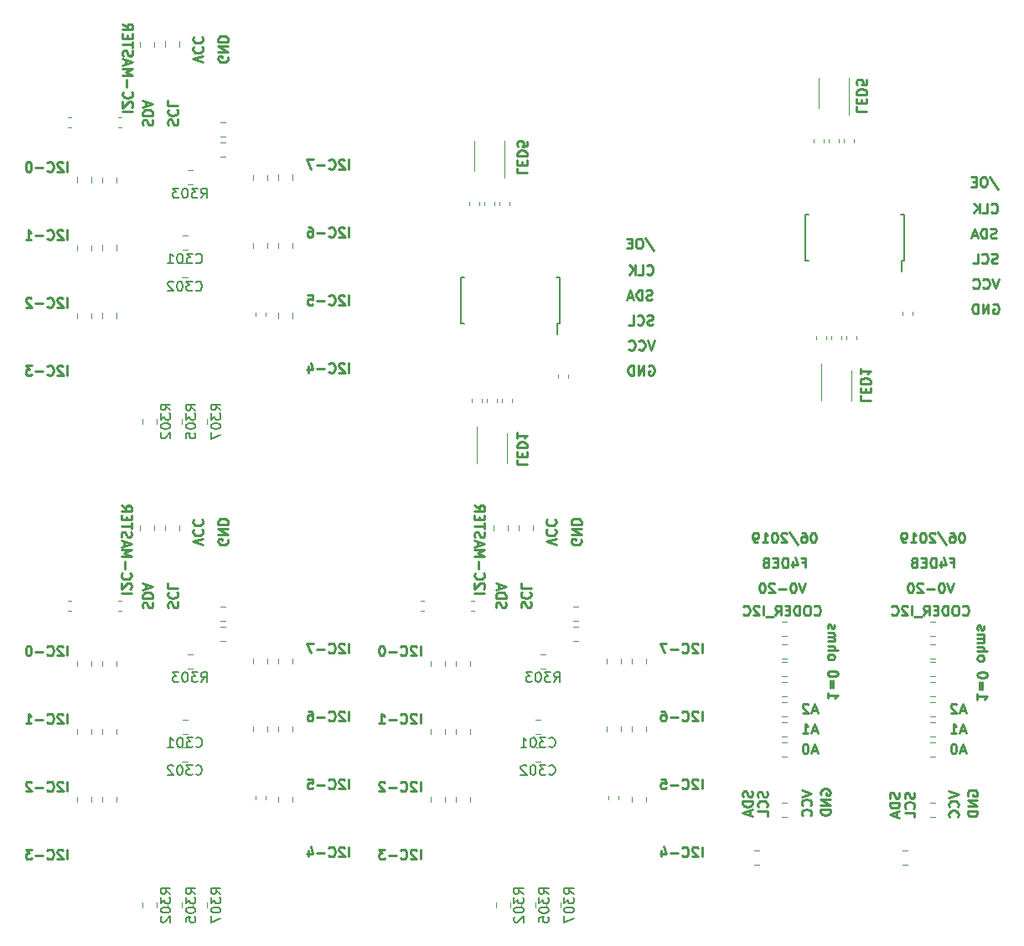
<source format=gbo>
G04 #@! TF.GenerationSoftware,KiCad,Pcbnew,5.0.2+dfsg1-1~bpo9+1*
G04 #@! TF.CreationDate,2020-01-19T21:42:18+01:00*
G04 #@! TF.ProjectId,PCB_I2C,5043425f-4932-4432-9e6b-696361645f70,V0-20*
G04 #@! TF.SameCoordinates,Original*
G04 #@! TF.FileFunction,Legend,Bot*
G04 #@! TF.FilePolarity,Positive*
%FSLAX46Y46*%
G04 Gerber Fmt 4.6, Leading zero omitted, Abs format (unit mm)*
G04 Created by KiCad (PCBNEW 5.0.2+dfsg1-1~bpo9+1) date dim. 19 janv. 2020 21:42:18 CET*
%MOMM*%
%LPD*%
G01*
G04 APERTURE LIST*
%ADD10C,0.250000*%
%ADD11C,0.120000*%
%ADD12C,0.150000*%
G04 APERTURE END LIST*
D10*
X121070428Y-121229380D02*
X121070428Y-120229380D01*
X120641857Y-120324619D02*
X120594238Y-120277000D01*
X120499000Y-120229380D01*
X120260904Y-120229380D01*
X120165666Y-120277000D01*
X120118047Y-120324619D01*
X120070428Y-120419857D01*
X120070428Y-120515095D01*
X120118047Y-120657952D01*
X120689476Y-121229380D01*
X120070428Y-121229380D01*
X119070428Y-121134142D02*
X119118047Y-121181761D01*
X119260904Y-121229380D01*
X119356142Y-121229380D01*
X119499000Y-121181761D01*
X119594238Y-121086523D01*
X119641857Y-120991285D01*
X119689476Y-120800809D01*
X119689476Y-120657952D01*
X119641857Y-120467476D01*
X119594238Y-120372238D01*
X119499000Y-120277000D01*
X119356142Y-120229380D01*
X119260904Y-120229380D01*
X119118047Y-120277000D01*
X119070428Y-120324619D01*
X118641857Y-120848428D02*
X117879952Y-120848428D01*
X116879952Y-121229380D02*
X117451380Y-121229380D01*
X117165666Y-121229380D02*
X117165666Y-120229380D01*
X117260904Y-120372238D01*
X117356142Y-120467476D01*
X117451380Y-120515095D01*
X121070428Y-114371380D02*
X121070428Y-113371380D01*
X120641857Y-113466619D02*
X120594238Y-113419000D01*
X120499000Y-113371380D01*
X120260904Y-113371380D01*
X120165666Y-113419000D01*
X120118047Y-113466619D01*
X120070428Y-113561857D01*
X120070428Y-113657095D01*
X120118047Y-113799952D01*
X120689476Y-114371380D01*
X120070428Y-114371380D01*
X119070428Y-114276142D02*
X119118047Y-114323761D01*
X119260904Y-114371380D01*
X119356142Y-114371380D01*
X119499000Y-114323761D01*
X119594238Y-114228523D01*
X119641857Y-114133285D01*
X119689476Y-113942809D01*
X119689476Y-113799952D01*
X119641857Y-113609476D01*
X119594238Y-113514238D01*
X119499000Y-113419000D01*
X119356142Y-113371380D01*
X119260904Y-113371380D01*
X119118047Y-113419000D01*
X119070428Y-113466619D01*
X118641857Y-113990428D02*
X117879952Y-113990428D01*
X117213285Y-113371380D02*
X117118047Y-113371380D01*
X117022809Y-113419000D01*
X116975190Y-113466619D01*
X116927571Y-113561857D01*
X116879952Y-113752333D01*
X116879952Y-113990428D01*
X116927571Y-114180904D01*
X116975190Y-114276142D01*
X117022809Y-114323761D01*
X117118047Y-114371380D01*
X117213285Y-114371380D01*
X117308523Y-114323761D01*
X117356142Y-114276142D01*
X117403761Y-114180904D01*
X117451380Y-113990428D01*
X117451380Y-113752333D01*
X117403761Y-113561857D01*
X117356142Y-113466619D01*
X117308523Y-113419000D01*
X117213285Y-113371380D01*
X126547619Y-108036761D02*
X127547619Y-108036761D01*
X127452380Y-107608190D02*
X127500000Y-107560571D01*
X127547619Y-107465333D01*
X127547619Y-107227238D01*
X127500000Y-107132000D01*
X127452380Y-107084380D01*
X127357142Y-107036761D01*
X127261904Y-107036761D01*
X127119047Y-107084380D01*
X126547619Y-107655809D01*
X126547619Y-107036761D01*
X126642857Y-106036761D02*
X126595238Y-106084380D01*
X126547619Y-106227238D01*
X126547619Y-106322476D01*
X126595238Y-106465333D01*
X126690476Y-106560571D01*
X126785714Y-106608190D01*
X126976190Y-106655809D01*
X127119047Y-106655809D01*
X127309523Y-106608190D01*
X127404761Y-106560571D01*
X127500000Y-106465333D01*
X127547619Y-106322476D01*
X127547619Y-106227238D01*
X127500000Y-106084380D01*
X127452380Y-106036761D01*
X126928571Y-105608190D02*
X126928571Y-104846285D01*
X126547619Y-104370095D02*
X127547619Y-104370095D01*
X126833333Y-104036761D01*
X127547619Y-103703428D01*
X126547619Y-103703428D01*
X126833333Y-103274857D02*
X126833333Y-102798666D01*
X126547619Y-103370095D02*
X127547619Y-103036761D01*
X126547619Y-102703428D01*
X126595238Y-102417714D02*
X126547619Y-102274857D01*
X126547619Y-102036761D01*
X126595238Y-101941523D01*
X126642857Y-101893904D01*
X126738095Y-101846285D01*
X126833333Y-101846285D01*
X126928571Y-101893904D01*
X126976190Y-101941523D01*
X127023809Y-102036761D01*
X127071428Y-102227238D01*
X127119047Y-102322476D01*
X127166666Y-102370095D01*
X127261904Y-102417714D01*
X127357142Y-102417714D01*
X127452380Y-102370095D01*
X127500000Y-102322476D01*
X127547619Y-102227238D01*
X127547619Y-101989142D01*
X127500000Y-101846285D01*
X127547619Y-101560571D02*
X127547619Y-100989142D01*
X126547619Y-101274857D02*
X127547619Y-101274857D01*
X127071428Y-100655809D02*
X127071428Y-100322476D01*
X126547619Y-100179619D02*
X126547619Y-100655809D01*
X127547619Y-100655809D01*
X127547619Y-100179619D01*
X126547619Y-99179619D02*
X127023809Y-99512952D01*
X126547619Y-99751047D02*
X127547619Y-99751047D01*
X127547619Y-99370095D01*
X127500000Y-99274857D01*
X127452380Y-99227238D01*
X127357142Y-99179619D01*
X127214285Y-99179619D01*
X127119047Y-99227238D01*
X127071428Y-99274857D01*
X127023809Y-99370095D01*
X127023809Y-99751047D01*
X149518428Y-114117380D02*
X149518428Y-113117380D01*
X149089857Y-113212619D02*
X149042238Y-113165000D01*
X148947000Y-113117380D01*
X148708904Y-113117380D01*
X148613666Y-113165000D01*
X148566047Y-113212619D01*
X148518428Y-113307857D01*
X148518428Y-113403095D01*
X148566047Y-113545952D01*
X149137476Y-114117380D01*
X148518428Y-114117380D01*
X147518428Y-114022142D02*
X147566047Y-114069761D01*
X147708904Y-114117380D01*
X147804142Y-114117380D01*
X147947000Y-114069761D01*
X148042238Y-113974523D01*
X148089857Y-113879285D01*
X148137476Y-113688809D01*
X148137476Y-113545952D01*
X148089857Y-113355476D01*
X148042238Y-113260238D01*
X147947000Y-113165000D01*
X147804142Y-113117380D01*
X147708904Y-113117380D01*
X147566047Y-113165000D01*
X147518428Y-113212619D01*
X147089857Y-113736428D02*
X146327952Y-113736428D01*
X145947000Y-113117380D02*
X145280333Y-113117380D01*
X145708904Y-114117380D01*
X149518428Y-120975380D02*
X149518428Y-119975380D01*
X149089857Y-120070619D02*
X149042238Y-120023000D01*
X148947000Y-119975380D01*
X148708904Y-119975380D01*
X148613666Y-120023000D01*
X148566047Y-120070619D01*
X148518428Y-120165857D01*
X148518428Y-120261095D01*
X148566047Y-120403952D01*
X149137476Y-120975380D01*
X148518428Y-120975380D01*
X147518428Y-120880142D02*
X147566047Y-120927761D01*
X147708904Y-120975380D01*
X147804142Y-120975380D01*
X147947000Y-120927761D01*
X148042238Y-120832523D01*
X148089857Y-120737285D01*
X148137476Y-120546809D01*
X148137476Y-120403952D01*
X148089857Y-120213476D01*
X148042238Y-120118238D01*
X147947000Y-120023000D01*
X147804142Y-119975380D01*
X147708904Y-119975380D01*
X147566047Y-120023000D01*
X147518428Y-120070619D01*
X147089857Y-120594428D02*
X146327952Y-120594428D01*
X145423190Y-119975380D02*
X145613666Y-119975380D01*
X145708904Y-120023000D01*
X145756523Y-120070619D01*
X145851761Y-120213476D01*
X145899380Y-120403952D01*
X145899380Y-120784904D01*
X145851761Y-120880142D01*
X145804142Y-120927761D01*
X145708904Y-120975380D01*
X145518428Y-120975380D01*
X145423190Y-120927761D01*
X145375571Y-120880142D01*
X145327952Y-120784904D01*
X145327952Y-120546809D01*
X145375571Y-120451571D01*
X145423190Y-120403952D01*
X145518428Y-120356333D01*
X145708904Y-120356333D01*
X145804142Y-120403952D01*
X145851761Y-120451571D01*
X145899380Y-120546809D01*
X149518428Y-127833380D02*
X149518428Y-126833380D01*
X149089857Y-126928619D02*
X149042238Y-126881000D01*
X148947000Y-126833380D01*
X148708904Y-126833380D01*
X148613666Y-126881000D01*
X148566047Y-126928619D01*
X148518428Y-127023857D01*
X148518428Y-127119095D01*
X148566047Y-127261952D01*
X149137476Y-127833380D01*
X148518428Y-127833380D01*
X147518428Y-127738142D02*
X147566047Y-127785761D01*
X147708904Y-127833380D01*
X147804142Y-127833380D01*
X147947000Y-127785761D01*
X148042238Y-127690523D01*
X148089857Y-127595285D01*
X148137476Y-127404809D01*
X148137476Y-127261952D01*
X148089857Y-127071476D01*
X148042238Y-126976238D01*
X147947000Y-126881000D01*
X147804142Y-126833380D01*
X147708904Y-126833380D01*
X147566047Y-126881000D01*
X147518428Y-126928619D01*
X147089857Y-127452428D02*
X146327952Y-127452428D01*
X145375571Y-126833380D02*
X145851761Y-126833380D01*
X145899380Y-127309571D01*
X145851761Y-127261952D01*
X145756523Y-127214333D01*
X145518428Y-127214333D01*
X145423190Y-127261952D01*
X145375571Y-127309571D01*
X145327952Y-127404809D01*
X145327952Y-127642904D01*
X145375571Y-127738142D01*
X145423190Y-127785761D01*
X145518428Y-127833380D01*
X145756523Y-127833380D01*
X145851761Y-127785761D01*
X145899380Y-127738142D01*
X149518428Y-134691380D02*
X149518428Y-133691380D01*
X149089857Y-133786619D02*
X149042238Y-133739000D01*
X148947000Y-133691380D01*
X148708904Y-133691380D01*
X148613666Y-133739000D01*
X148566047Y-133786619D01*
X148518428Y-133881857D01*
X148518428Y-133977095D01*
X148566047Y-134119952D01*
X149137476Y-134691380D01*
X148518428Y-134691380D01*
X147518428Y-134596142D02*
X147566047Y-134643761D01*
X147708904Y-134691380D01*
X147804142Y-134691380D01*
X147947000Y-134643761D01*
X148042238Y-134548523D01*
X148089857Y-134453285D01*
X148137476Y-134262809D01*
X148137476Y-134119952D01*
X148089857Y-133929476D01*
X148042238Y-133834238D01*
X147947000Y-133739000D01*
X147804142Y-133691380D01*
X147708904Y-133691380D01*
X147566047Y-133739000D01*
X147518428Y-133786619D01*
X147089857Y-134310428D02*
X146327952Y-134310428D01*
X145423190Y-134024714D02*
X145423190Y-134691380D01*
X145661285Y-133643761D02*
X145899380Y-134358047D01*
X145280333Y-134358047D01*
X121070428Y-134945380D02*
X121070428Y-133945380D01*
X120641857Y-134040619D02*
X120594238Y-133993000D01*
X120499000Y-133945380D01*
X120260904Y-133945380D01*
X120165666Y-133993000D01*
X120118047Y-134040619D01*
X120070428Y-134135857D01*
X120070428Y-134231095D01*
X120118047Y-134373952D01*
X120689476Y-134945380D01*
X120070428Y-134945380D01*
X119070428Y-134850142D02*
X119118047Y-134897761D01*
X119260904Y-134945380D01*
X119356142Y-134945380D01*
X119499000Y-134897761D01*
X119594238Y-134802523D01*
X119641857Y-134707285D01*
X119689476Y-134516809D01*
X119689476Y-134373952D01*
X119641857Y-134183476D01*
X119594238Y-134088238D01*
X119499000Y-133993000D01*
X119356142Y-133945380D01*
X119260904Y-133945380D01*
X119118047Y-133993000D01*
X119070428Y-134040619D01*
X118641857Y-134564428D02*
X117879952Y-134564428D01*
X117499000Y-133945380D02*
X116879952Y-133945380D01*
X117213285Y-134326333D01*
X117070428Y-134326333D01*
X116975190Y-134373952D01*
X116927571Y-134421571D01*
X116879952Y-134516809D01*
X116879952Y-134754904D01*
X116927571Y-134850142D01*
X116975190Y-134897761D01*
X117070428Y-134945380D01*
X117356142Y-134945380D01*
X117451380Y-134897761D01*
X117499000Y-134850142D01*
X121070428Y-128087380D02*
X121070428Y-127087380D01*
X120641857Y-127182619D02*
X120594238Y-127135000D01*
X120499000Y-127087380D01*
X120260904Y-127087380D01*
X120165666Y-127135000D01*
X120118047Y-127182619D01*
X120070428Y-127277857D01*
X120070428Y-127373095D01*
X120118047Y-127515952D01*
X120689476Y-128087380D01*
X120070428Y-128087380D01*
X119070428Y-127992142D02*
X119118047Y-128039761D01*
X119260904Y-128087380D01*
X119356142Y-128087380D01*
X119499000Y-128039761D01*
X119594238Y-127944523D01*
X119641857Y-127849285D01*
X119689476Y-127658809D01*
X119689476Y-127515952D01*
X119641857Y-127325476D01*
X119594238Y-127230238D01*
X119499000Y-127135000D01*
X119356142Y-127087380D01*
X119260904Y-127087380D01*
X119118047Y-127135000D01*
X119070428Y-127182619D01*
X118641857Y-127706428D02*
X117879952Y-127706428D01*
X117451380Y-127182619D02*
X117403761Y-127135000D01*
X117308523Y-127087380D01*
X117070428Y-127087380D01*
X116975190Y-127135000D01*
X116927571Y-127182619D01*
X116879952Y-127277857D01*
X116879952Y-127373095D01*
X116927571Y-127515952D01*
X117499000Y-128087380D01*
X116879952Y-128087380D01*
X128754238Y-109545285D02*
X128706619Y-109402428D01*
X128706619Y-109164333D01*
X128754238Y-109069095D01*
X128801857Y-109021476D01*
X128897095Y-108973857D01*
X128992333Y-108973857D01*
X129087571Y-109021476D01*
X129135190Y-109069095D01*
X129182809Y-109164333D01*
X129230428Y-109354809D01*
X129278047Y-109450047D01*
X129325666Y-109497666D01*
X129420904Y-109545285D01*
X129516142Y-109545285D01*
X129611380Y-109497666D01*
X129659000Y-109450047D01*
X129706619Y-109354809D01*
X129706619Y-109116714D01*
X129659000Y-108973857D01*
X128706619Y-108545285D02*
X129706619Y-108545285D01*
X129706619Y-108307190D01*
X129659000Y-108164333D01*
X129563761Y-108069095D01*
X129468523Y-108021476D01*
X129278047Y-107973857D01*
X129135190Y-107973857D01*
X128944714Y-108021476D01*
X128849476Y-108069095D01*
X128754238Y-108164333D01*
X128706619Y-108307190D01*
X128706619Y-108545285D01*
X128992333Y-107592904D02*
X128992333Y-107116714D01*
X128706619Y-107688142D02*
X129706619Y-107354809D01*
X128706619Y-107021476D01*
X131294238Y-109521476D02*
X131246619Y-109378619D01*
X131246619Y-109140523D01*
X131294238Y-109045285D01*
X131341857Y-108997666D01*
X131437095Y-108950047D01*
X131532333Y-108950047D01*
X131627571Y-108997666D01*
X131675190Y-109045285D01*
X131722809Y-109140523D01*
X131770428Y-109331000D01*
X131818047Y-109426238D01*
X131865666Y-109473857D01*
X131960904Y-109521476D01*
X132056142Y-109521476D01*
X132151380Y-109473857D01*
X132199000Y-109426238D01*
X132246619Y-109331000D01*
X132246619Y-109092904D01*
X132199000Y-108950047D01*
X131341857Y-107950047D02*
X131294238Y-107997666D01*
X131246619Y-108140523D01*
X131246619Y-108235761D01*
X131294238Y-108378619D01*
X131389476Y-108473857D01*
X131484714Y-108521476D01*
X131675190Y-108569095D01*
X131818047Y-108569095D01*
X132008523Y-108521476D01*
X132103761Y-108473857D01*
X132199000Y-108378619D01*
X132246619Y-108235761D01*
X132246619Y-108140523D01*
X132199000Y-107997666D01*
X132151380Y-107950047D01*
X131246619Y-107045285D02*
X131246619Y-107521476D01*
X132246619Y-107521476D01*
X134786619Y-103187333D02*
X133786619Y-102854000D01*
X134786619Y-102520666D01*
X133881857Y-101615904D02*
X133834238Y-101663523D01*
X133786619Y-101806380D01*
X133786619Y-101901619D01*
X133834238Y-102044476D01*
X133929476Y-102139714D01*
X134024714Y-102187333D01*
X134215190Y-102234952D01*
X134358047Y-102234952D01*
X134548523Y-102187333D01*
X134643761Y-102139714D01*
X134739000Y-102044476D01*
X134786619Y-101901619D01*
X134786619Y-101806380D01*
X134739000Y-101663523D01*
X134691380Y-101615904D01*
X133881857Y-100615904D02*
X133834238Y-100663523D01*
X133786619Y-100806380D01*
X133786619Y-100901619D01*
X133834238Y-101044476D01*
X133929476Y-101139714D01*
X134024714Y-101187333D01*
X134215190Y-101234952D01*
X134358047Y-101234952D01*
X134548523Y-101187333D01*
X134643761Y-101139714D01*
X134739000Y-101044476D01*
X134786619Y-100901619D01*
X134786619Y-100806380D01*
X134739000Y-100663523D01*
X134691380Y-100615904D01*
X137279000Y-102615904D02*
X137326619Y-102711142D01*
X137326619Y-102854000D01*
X137279000Y-102996857D01*
X137183761Y-103092095D01*
X137088523Y-103139714D01*
X136898047Y-103187333D01*
X136755190Y-103187333D01*
X136564714Y-103139714D01*
X136469476Y-103092095D01*
X136374238Y-102996857D01*
X136326619Y-102854000D01*
X136326619Y-102758761D01*
X136374238Y-102615904D01*
X136421857Y-102568285D01*
X136755190Y-102568285D01*
X136755190Y-102758761D01*
X136326619Y-102139714D02*
X137326619Y-102139714D01*
X136326619Y-101568285D01*
X137326619Y-101568285D01*
X136326619Y-101092095D02*
X137326619Y-101092095D01*
X137326619Y-100854000D01*
X137279000Y-100711142D01*
X137183761Y-100615904D01*
X137088523Y-100568285D01*
X136898047Y-100520666D01*
X136755190Y-100520666D01*
X136564714Y-100568285D01*
X136469476Y-100615904D01*
X136374238Y-100711142D01*
X136326619Y-100854000D01*
X136326619Y-101092095D01*
X165536619Y-88114047D02*
X165536619Y-88590238D01*
X166536619Y-88590238D01*
X166060428Y-87780714D02*
X166060428Y-87447380D01*
X165536619Y-87304523D02*
X165536619Y-87780714D01*
X166536619Y-87780714D01*
X166536619Y-87304523D01*
X165536619Y-86875952D02*
X166536619Y-86875952D01*
X166536619Y-86637857D01*
X166489000Y-86495000D01*
X166393761Y-86399761D01*
X166298523Y-86352142D01*
X166108047Y-86304523D01*
X165965190Y-86304523D01*
X165774714Y-86352142D01*
X165679476Y-86399761D01*
X165584238Y-86495000D01*
X165536619Y-86637857D01*
X165536619Y-86875952D01*
X165536619Y-85352142D02*
X165536619Y-85923571D01*
X165536619Y-85637857D02*
X166536619Y-85637857D01*
X166393761Y-85733095D01*
X166298523Y-85828333D01*
X166250904Y-85923571D01*
X165155619Y-58904047D02*
X165155619Y-59380238D01*
X166155619Y-59380238D01*
X165679428Y-58570714D02*
X165679428Y-58237380D01*
X165155619Y-58094523D02*
X165155619Y-58570714D01*
X166155619Y-58570714D01*
X166155619Y-58094523D01*
X165155619Y-57665952D02*
X166155619Y-57665952D01*
X166155619Y-57427857D01*
X166108000Y-57285000D01*
X166012761Y-57189761D01*
X165917523Y-57142142D01*
X165727047Y-57094523D01*
X165584190Y-57094523D01*
X165393714Y-57142142D01*
X165298476Y-57189761D01*
X165203238Y-57285000D01*
X165155619Y-57427857D01*
X165155619Y-57665952D01*
X166155619Y-56189761D02*
X166155619Y-56665952D01*
X165679428Y-56713571D01*
X165727047Y-56665952D01*
X165774666Y-56570714D01*
X165774666Y-56332619D01*
X165727047Y-56237380D01*
X165679428Y-56189761D01*
X165584190Y-56142142D01*
X165346095Y-56142142D01*
X165250857Y-56189761D01*
X165203238Y-56237380D01*
X165155619Y-56332619D01*
X165155619Y-56570714D01*
X165203238Y-56665952D01*
X165250857Y-56713571D01*
X130865619Y-94591047D02*
X130865619Y-95067238D01*
X131865619Y-95067238D01*
X131389428Y-94257714D02*
X131389428Y-93924380D01*
X130865619Y-93781523D02*
X130865619Y-94257714D01*
X131865619Y-94257714D01*
X131865619Y-93781523D01*
X130865619Y-93352952D02*
X131865619Y-93352952D01*
X131865619Y-93114857D01*
X131818000Y-92972000D01*
X131722761Y-92876761D01*
X131627523Y-92829142D01*
X131437047Y-92781523D01*
X131294190Y-92781523D01*
X131103714Y-92829142D01*
X131008476Y-92876761D01*
X130913238Y-92972000D01*
X130865619Y-93114857D01*
X130865619Y-93352952D01*
X130865619Y-91829142D02*
X130865619Y-92400571D01*
X130865619Y-92114857D02*
X131865619Y-92114857D01*
X131722761Y-92210095D01*
X131627523Y-92305333D01*
X131579904Y-92400571D01*
X130865619Y-65127047D02*
X130865619Y-65603238D01*
X131865619Y-65603238D01*
X131389428Y-64793714D02*
X131389428Y-64460380D01*
X130865619Y-64317523D02*
X130865619Y-64793714D01*
X131865619Y-64793714D01*
X131865619Y-64317523D01*
X130865619Y-63888952D02*
X131865619Y-63888952D01*
X131865619Y-63650857D01*
X131818000Y-63508000D01*
X131722761Y-63412761D01*
X131627523Y-63365142D01*
X131437047Y-63317523D01*
X131294190Y-63317523D01*
X131103714Y-63365142D01*
X131008476Y-63412761D01*
X130913238Y-63508000D01*
X130865619Y-63650857D01*
X130865619Y-63888952D01*
X131865619Y-62412761D02*
X131865619Y-62888952D01*
X131389428Y-62936571D01*
X131437047Y-62888952D01*
X131484666Y-62793714D01*
X131484666Y-62555619D01*
X131437047Y-62460380D01*
X131389428Y-62412761D01*
X131294190Y-62365142D01*
X131056095Y-62365142D01*
X130960857Y-62412761D01*
X130913238Y-62460380D01*
X130865619Y-62555619D01*
X130865619Y-62793714D01*
X130913238Y-62888952D01*
X130960857Y-62936571D01*
X162234619Y-118101666D02*
X162234619Y-118673095D01*
X162234619Y-118387380D02*
X163234619Y-118387380D01*
X163091761Y-118482619D01*
X162996523Y-118577857D01*
X162948904Y-118673095D01*
X162758428Y-117673095D02*
X162758428Y-116911190D01*
X162472714Y-116911190D02*
X162472714Y-117673095D01*
X163234619Y-116244523D02*
X163234619Y-116149285D01*
X163187000Y-116054047D01*
X163139380Y-116006428D01*
X163044142Y-115958809D01*
X162853666Y-115911190D01*
X162615571Y-115911190D01*
X162425095Y-115958809D01*
X162329857Y-116006428D01*
X162282238Y-116054047D01*
X162234619Y-116149285D01*
X162234619Y-116244523D01*
X162282238Y-116339761D01*
X162329857Y-116387380D01*
X162425095Y-116435000D01*
X162615571Y-116482619D01*
X162853666Y-116482619D01*
X163044142Y-116435000D01*
X163139380Y-116387380D01*
X163187000Y-116339761D01*
X163234619Y-116244523D01*
X162234619Y-114577857D02*
X162282238Y-114673095D01*
X162329857Y-114720714D01*
X162425095Y-114768333D01*
X162710809Y-114768333D01*
X162806047Y-114720714D01*
X162853666Y-114673095D01*
X162901285Y-114577857D01*
X162901285Y-114435000D01*
X162853666Y-114339761D01*
X162806047Y-114292142D01*
X162710809Y-114244523D01*
X162425095Y-114244523D01*
X162329857Y-114292142D01*
X162282238Y-114339761D01*
X162234619Y-114435000D01*
X162234619Y-114577857D01*
X162234619Y-113815952D02*
X163234619Y-113815952D01*
X162234619Y-113387380D02*
X162758428Y-113387380D01*
X162853666Y-113435000D01*
X162901285Y-113530238D01*
X162901285Y-113673095D01*
X162853666Y-113768333D01*
X162806047Y-113815952D01*
X162234619Y-112911190D02*
X162901285Y-112911190D01*
X162806047Y-112911190D02*
X162853666Y-112863571D01*
X162901285Y-112768333D01*
X162901285Y-112625476D01*
X162853666Y-112530238D01*
X162758428Y-112482619D01*
X162234619Y-112482619D01*
X162758428Y-112482619D02*
X162853666Y-112435000D01*
X162901285Y-112339761D01*
X162901285Y-112196904D01*
X162853666Y-112101666D01*
X162758428Y-112054047D01*
X162234619Y-112054047D01*
X162282238Y-111625476D02*
X162234619Y-111530238D01*
X162234619Y-111339761D01*
X162282238Y-111244523D01*
X162377476Y-111196904D01*
X162425095Y-111196904D01*
X162520333Y-111244523D01*
X162567952Y-111339761D01*
X162567952Y-111482619D01*
X162615571Y-111577857D01*
X162710809Y-111625476D01*
X162758428Y-111625476D01*
X162853666Y-111577857D01*
X162901285Y-111482619D01*
X162901285Y-111339761D01*
X162853666Y-111244523D01*
X177347619Y-118228666D02*
X177347619Y-118800095D01*
X177347619Y-118514380D02*
X178347619Y-118514380D01*
X178204761Y-118609619D01*
X178109523Y-118704857D01*
X178061904Y-118800095D01*
X177871428Y-117800095D02*
X177871428Y-117038190D01*
X177585714Y-117038190D02*
X177585714Y-117800095D01*
X178347619Y-116371523D02*
X178347619Y-116276285D01*
X178300000Y-116181047D01*
X178252380Y-116133428D01*
X178157142Y-116085809D01*
X177966666Y-116038190D01*
X177728571Y-116038190D01*
X177538095Y-116085809D01*
X177442857Y-116133428D01*
X177395238Y-116181047D01*
X177347619Y-116276285D01*
X177347619Y-116371523D01*
X177395238Y-116466761D01*
X177442857Y-116514380D01*
X177538095Y-116562000D01*
X177728571Y-116609619D01*
X177966666Y-116609619D01*
X178157142Y-116562000D01*
X178252380Y-116514380D01*
X178300000Y-116466761D01*
X178347619Y-116371523D01*
X177347619Y-114704857D02*
X177395238Y-114800095D01*
X177442857Y-114847714D01*
X177538095Y-114895333D01*
X177823809Y-114895333D01*
X177919047Y-114847714D01*
X177966666Y-114800095D01*
X178014285Y-114704857D01*
X178014285Y-114562000D01*
X177966666Y-114466761D01*
X177919047Y-114419142D01*
X177823809Y-114371523D01*
X177538095Y-114371523D01*
X177442857Y-114419142D01*
X177395238Y-114466761D01*
X177347619Y-114562000D01*
X177347619Y-114704857D01*
X177347619Y-113942952D02*
X178347619Y-113942952D01*
X177347619Y-113514380D02*
X177871428Y-113514380D01*
X177966666Y-113562000D01*
X178014285Y-113657238D01*
X178014285Y-113800095D01*
X177966666Y-113895333D01*
X177919047Y-113942952D01*
X177347619Y-113038190D02*
X178014285Y-113038190D01*
X177919047Y-113038190D02*
X177966666Y-112990571D01*
X178014285Y-112895333D01*
X178014285Y-112752476D01*
X177966666Y-112657238D01*
X177871428Y-112609619D01*
X177347619Y-112609619D01*
X177871428Y-112609619D02*
X177966666Y-112562000D01*
X178014285Y-112466761D01*
X178014285Y-112323904D01*
X177966666Y-112228666D01*
X177871428Y-112181047D01*
X177347619Y-112181047D01*
X177395238Y-111752476D02*
X177347619Y-111657238D01*
X177347619Y-111466761D01*
X177395238Y-111371523D01*
X177490476Y-111323904D01*
X177538095Y-111323904D01*
X177633333Y-111371523D01*
X177680952Y-111466761D01*
X177680952Y-111609619D01*
X177728571Y-111704857D01*
X177823809Y-111752476D01*
X177871428Y-111752476D01*
X177966666Y-111704857D01*
X178014285Y-111609619D01*
X178014285Y-111466761D01*
X177966666Y-111371523D01*
X99099619Y-54419333D02*
X98099619Y-54086000D01*
X99099619Y-53752666D01*
X98194857Y-52847904D02*
X98147238Y-52895523D01*
X98099619Y-53038380D01*
X98099619Y-53133619D01*
X98147238Y-53276476D01*
X98242476Y-53371714D01*
X98337714Y-53419333D01*
X98528190Y-53466952D01*
X98671047Y-53466952D01*
X98861523Y-53419333D01*
X98956761Y-53371714D01*
X99052000Y-53276476D01*
X99099619Y-53133619D01*
X99099619Y-53038380D01*
X99052000Y-52895523D01*
X99004380Y-52847904D01*
X98194857Y-51847904D02*
X98147238Y-51895523D01*
X98099619Y-52038380D01*
X98099619Y-52133619D01*
X98147238Y-52276476D01*
X98242476Y-52371714D01*
X98337714Y-52419333D01*
X98528190Y-52466952D01*
X98671047Y-52466952D01*
X98861523Y-52419333D01*
X98956761Y-52371714D01*
X99052000Y-52276476D01*
X99099619Y-52133619D01*
X99099619Y-52038380D01*
X99052000Y-51895523D01*
X99004380Y-51847904D01*
X101592000Y-53847904D02*
X101639619Y-53943142D01*
X101639619Y-54086000D01*
X101592000Y-54228857D01*
X101496761Y-54324095D01*
X101401523Y-54371714D01*
X101211047Y-54419333D01*
X101068190Y-54419333D01*
X100877714Y-54371714D01*
X100782476Y-54324095D01*
X100687238Y-54228857D01*
X100639619Y-54086000D01*
X100639619Y-53990761D01*
X100687238Y-53847904D01*
X100734857Y-53800285D01*
X101068190Y-53800285D01*
X101068190Y-53990761D01*
X100639619Y-53371714D02*
X101639619Y-53371714D01*
X100639619Y-52800285D01*
X101639619Y-52800285D01*
X100639619Y-52324095D02*
X101639619Y-52324095D01*
X101639619Y-52086000D01*
X101592000Y-51943142D01*
X101496761Y-51847904D01*
X101401523Y-51800285D01*
X101211047Y-51752666D01*
X101068190Y-51752666D01*
X100877714Y-51800285D01*
X100782476Y-51847904D01*
X100687238Y-51943142D01*
X100639619Y-52086000D01*
X100639619Y-52324095D01*
X95607238Y-60753476D02*
X95559619Y-60610619D01*
X95559619Y-60372523D01*
X95607238Y-60277285D01*
X95654857Y-60229666D01*
X95750095Y-60182047D01*
X95845333Y-60182047D01*
X95940571Y-60229666D01*
X95988190Y-60277285D01*
X96035809Y-60372523D01*
X96083428Y-60563000D01*
X96131047Y-60658238D01*
X96178666Y-60705857D01*
X96273904Y-60753476D01*
X96369142Y-60753476D01*
X96464380Y-60705857D01*
X96512000Y-60658238D01*
X96559619Y-60563000D01*
X96559619Y-60324904D01*
X96512000Y-60182047D01*
X95654857Y-59182047D02*
X95607238Y-59229666D01*
X95559619Y-59372523D01*
X95559619Y-59467761D01*
X95607238Y-59610619D01*
X95702476Y-59705857D01*
X95797714Y-59753476D01*
X95988190Y-59801095D01*
X96131047Y-59801095D01*
X96321523Y-59753476D01*
X96416761Y-59705857D01*
X96512000Y-59610619D01*
X96559619Y-59467761D01*
X96559619Y-59372523D01*
X96512000Y-59229666D01*
X96464380Y-59182047D01*
X95559619Y-58277285D02*
X95559619Y-58753476D01*
X96559619Y-58753476D01*
X93067238Y-60777285D02*
X93019619Y-60634428D01*
X93019619Y-60396333D01*
X93067238Y-60301095D01*
X93114857Y-60253476D01*
X93210095Y-60205857D01*
X93305333Y-60205857D01*
X93400571Y-60253476D01*
X93448190Y-60301095D01*
X93495809Y-60396333D01*
X93543428Y-60586809D01*
X93591047Y-60682047D01*
X93638666Y-60729666D01*
X93733904Y-60777285D01*
X93829142Y-60777285D01*
X93924380Y-60729666D01*
X93972000Y-60682047D01*
X94019619Y-60586809D01*
X94019619Y-60348714D01*
X93972000Y-60205857D01*
X93019619Y-59777285D02*
X94019619Y-59777285D01*
X94019619Y-59539190D01*
X93972000Y-59396333D01*
X93876761Y-59301095D01*
X93781523Y-59253476D01*
X93591047Y-59205857D01*
X93448190Y-59205857D01*
X93257714Y-59253476D01*
X93162476Y-59301095D01*
X93067238Y-59396333D01*
X93019619Y-59539190D01*
X93019619Y-59777285D01*
X93305333Y-58824904D02*
X93305333Y-58348714D01*
X93019619Y-58920142D02*
X94019619Y-58586809D01*
X93019619Y-58253476D01*
X101592000Y-102615904D02*
X101639619Y-102711142D01*
X101639619Y-102854000D01*
X101592000Y-102996857D01*
X101496761Y-103092095D01*
X101401523Y-103139714D01*
X101211047Y-103187333D01*
X101068190Y-103187333D01*
X100877714Y-103139714D01*
X100782476Y-103092095D01*
X100687238Y-102996857D01*
X100639619Y-102854000D01*
X100639619Y-102758761D01*
X100687238Y-102615904D01*
X100734857Y-102568285D01*
X101068190Y-102568285D01*
X101068190Y-102758761D01*
X100639619Y-102139714D02*
X101639619Y-102139714D01*
X100639619Y-101568285D01*
X101639619Y-101568285D01*
X100639619Y-101092095D02*
X101639619Y-101092095D01*
X101639619Y-100854000D01*
X101592000Y-100711142D01*
X101496761Y-100615904D01*
X101401523Y-100568285D01*
X101211047Y-100520666D01*
X101068190Y-100520666D01*
X100877714Y-100568285D01*
X100782476Y-100615904D01*
X100687238Y-100711142D01*
X100639619Y-100854000D01*
X100639619Y-101092095D01*
X99099619Y-103187333D02*
X98099619Y-102854000D01*
X99099619Y-102520666D01*
X98194857Y-101615904D02*
X98147238Y-101663523D01*
X98099619Y-101806380D01*
X98099619Y-101901619D01*
X98147238Y-102044476D01*
X98242476Y-102139714D01*
X98337714Y-102187333D01*
X98528190Y-102234952D01*
X98671047Y-102234952D01*
X98861523Y-102187333D01*
X98956761Y-102139714D01*
X99052000Y-102044476D01*
X99099619Y-101901619D01*
X99099619Y-101806380D01*
X99052000Y-101663523D01*
X99004380Y-101615904D01*
X98194857Y-100615904D02*
X98147238Y-100663523D01*
X98099619Y-100806380D01*
X98099619Y-100901619D01*
X98147238Y-101044476D01*
X98242476Y-101139714D01*
X98337714Y-101187333D01*
X98528190Y-101234952D01*
X98671047Y-101234952D01*
X98861523Y-101187333D01*
X98956761Y-101139714D01*
X99052000Y-101044476D01*
X99099619Y-100901619D01*
X99099619Y-100806380D01*
X99052000Y-100663523D01*
X99004380Y-100615904D01*
X95607238Y-109521476D02*
X95559619Y-109378619D01*
X95559619Y-109140523D01*
X95607238Y-109045285D01*
X95654857Y-108997666D01*
X95750095Y-108950047D01*
X95845333Y-108950047D01*
X95940571Y-108997666D01*
X95988190Y-109045285D01*
X96035809Y-109140523D01*
X96083428Y-109331000D01*
X96131047Y-109426238D01*
X96178666Y-109473857D01*
X96273904Y-109521476D01*
X96369142Y-109521476D01*
X96464380Y-109473857D01*
X96512000Y-109426238D01*
X96559619Y-109331000D01*
X96559619Y-109092904D01*
X96512000Y-108950047D01*
X95654857Y-107950047D02*
X95607238Y-107997666D01*
X95559619Y-108140523D01*
X95559619Y-108235761D01*
X95607238Y-108378619D01*
X95702476Y-108473857D01*
X95797714Y-108521476D01*
X95988190Y-108569095D01*
X96131047Y-108569095D01*
X96321523Y-108521476D01*
X96416761Y-108473857D01*
X96512000Y-108378619D01*
X96559619Y-108235761D01*
X96559619Y-108140523D01*
X96512000Y-107997666D01*
X96464380Y-107950047D01*
X95559619Y-107045285D02*
X95559619Y-107521476D01*
X96559619Y-107521476D01*
X93067238Y-109545285D02*
X93019619Y-109402428D01*
X93019619Y-109164333D01*
X93067238Y-109069095D01*
X93114857Y-109021476D01*
X93210095Y-108973857D01*
X93305333Y-108973857D01*
X93400571Y-109021476D01*
X93448190Y-109069095D01*
X93495809Y-109164333D01*
X93543428Y-109354809D01*
X93591047Y-109450047D01*
X93638666Y-109497666D01*
X93733904Y-109545285D01*
X93829142Y-109545285D01*
X93924380Y-109497666D01*
X93972000Y-109450047D01*
X94019619Y-109354809D01*
X94019619Y-109116714D01*
X93972000Y-108973857D01*
X93019619Y-108545285D02*
X94019619Y-108545285D01*
X94019619Y-108307190D01*
X93972000Y-108164333D01*
X93876761Y-108069095D01*
X93781523Y-108021476D01*
X93591047Y-107973857D01*
X93448190Y-107973857D01*
X93257714Y-108021476D01*
X93162476Y-108069095D01*
X93067238Y-108164333D01*
X93019619Y-108307190D01*
X93019619Y-108545285D01*
X93305333Y-107592904D02*
X93305333Y-107116714D01*
X93019619Y-107688142D02*
X94019619Y-107354809D01*
X93019619Y-107021476D01*
X170965761Y-128222523D02*
X171013380Y-128365380D01*
X171013380Y-128603476D01*
X170965761Y-128698714D01*
X170918142Y-128746333D01*
X170822904Y-128793952D01*
X170727666Y-128793952D01*
X170632428Y-128746333D01*
X170584809Y-128698714D01*
X170537190Y-128603476D01*
X170489571Y-128413000D01*
X170441952Y-128317761D01*
X170394333Y-128270142D01*
X170299095Y-128222523D01*
X170203857Y-128222523D01*
X170108619Y-128270142D01*
X170061000Y-128317761D01*
X170013380Y-128413000D01*
X170013380Y-128651095D01*
X170061000Y-128793952D01*
X170918142Y-129793952D02*
X170965761Y-129746333D01*
X171013380Y-129603476D01*
X171013380Y-129508238D01*
X170965761Y-129365380D01*
X170870523Y-129270142D01*
X170775285Y-129222523D01*
X170584809Y-129174904D01*
X170441952Y-129174904D01*
X170251476Y-129222523D01*
X170156238Y-129270142D01*
X170061000Y-129365380D01*
X170013380Y-129508238D01*
X170013380Y-129603476D01*
X170061000Y-129746333D01*
X170108619Y-129793952D01*
X171013380Y-130698714D02*
X171013380Y-130222523D01*
X170013380Y-130222523D01*
X176411000Y-128524095D02*
X176363380Y-128428857D01*
X176363380Y-128286000D01*
X176411000Y-128143142D01*
X176506238Y-128047904D01*
X176601476Y-128000285D01*
X176791952Y-127952666D01*
X176934809Y-127952666D01*
X177125285Y-128000285D01*
X177220523Y-128047904D01*
X177315761Y-128143142D01*
X177363380Y-128286000D01*
X177363380Y-128381238D01*
X177315761Y-128524095D01*
X177268142Y-128571714D01*
X176934809Y-128571714D01*
X176934809Y-128381238D01*
X177363380Y-129000285D02*
X176363380Y-129000285D01*
X177363380Y-129571714D01*
X176363380Y-129571714D01*
X177363380Y-130047904D02*
X176363380Y-130047904D01*
X176363380Y-130286000D01*
X176411000Y-130428857D01*
X176506238Y-130524095D01*
X176601476Y-130571714D01*
X176791952Y-130619333D01*
X176934809Y-130619333D01*
X177125285Y-130571714D01*
X177220523Y-130524095D01*
X177315761Y-130428857D01*
X177363380Y-130286000D01*
X177363380Y-130047904D01*
X174458380Y-128079666D02*
X175458380Y-128413000D01*
X174458380Y-128746333D01*
X175363142Y-129651095D02*
X175410761Y-129603476D01*
X175458380Y-129460619D01*
X175458380Y-129365380D01*
X175410761Y-129222523D01*
X175315523Y-129127285D01*
X175220285Y-129079666D01*
X175029809Y-129032047D01*
X174886952Y-129032047D01*
X174696476Y-129079666D01*
X174601238Y-129127285D01*
X174506000Y-129222523D01*
X174458380Y-129365380D01*
X174458380Y-129460619D01*
X174506000Y-129603476D01*
X174553619Y-129651095D01*
X175363142Y-130651095D02*
X175410761Y-130603476D01*
X175458380Y-130460619D01*
X175458380Y-130365380D01*
X175410761Y-130222523D01*
X175315523Y-130127285D01*
X175220285Y-130079666D01*
X175029809Y-130032047D01*
X174886952Y-130032047D01*
X174696476Y-130079666D01*
X174601238Y-130127285D01*
X174506000Y-130222523D01*
X174458380Y-130365380D01*
X174458380Y-130460619D01*
X174506000Y-130603476D01*
X174553619Y-130651095D01*
X169441761Y-128198714D02*
X169489380Y-128341571D01*
X169489380Y-128579666D01*
X169441761Y-128674904D01*
X169394142Y-128722523D01*
X169298904Y-128770142D01*
X169203666Y-128770142D01*
X169108428Y-128722523D01*
X169060809Y-128674904D01*
X169013190Y-128579666D01*
X168965571Y-128389190D01*
X168917952Y-128293952D01*
X168870333Y-128246333D01*
X168775095Y-128198714D01*
X168679857Y-128198714D01*
X168584619Y-128246333D01*
X168537000Y-128293952D01*
X168489380Y-128389190D01*
X168489380Y-128627285D01*
X168537000Y-128770142D01*
X169489380Y-129198714D02*
X168489380Y-129198714D01*
X168489380Y-129436809D01*
X168537000Y-129579666D01*
X168632238Y-129674904D01*
X168727476Y-129722523D01*
X168917952Y-129770142D01*
X169060809Y-129770142D01*
X169251285Y-129722523D01*
X169346523Y-129674904D01*
X169441761Y-129579666D01*
X169489380Y-129436809D01*
X169489380Y-129198714D01*
X169203666Y-130151095D02*
X169203666Y-130627285D01*
X169489380Y-130055857D02*
X168489380Y-130389190D01*
X169489380Y-130722523D01*
X154582761Y-128071714D02*
X154630380Y-128214571D01*
X154630380Y-128452666D01*
X154582761Y-128547904D01*
X154535142Y-128595523D01*
X154439904Y-128643142D01*
X154344666Y-128643142D01*
X154249428Y-128595523D01*
X154201809Y-128547904D01*
X154154190Y-128452666D01*
X154106571Y-128262190D01*
X154058952Y-128166952D01*
X154011333Y-128119333D01*
X153916095Y-128071714D01*
X153820857Y-128071714D01*
X153725619Y-128119333D01*
X153678000Y-128166952D01*
X153630380Y-128262190D01*
X153630380Y-128500285D01*
X153678000Y-128643142D01*
X154630380Y-129071714D02*
X153630380Y-129071714D01*
X153630380Y-129309809D01*
X153678000Y-129452666D01*
X153773238Y-129547904D01*
X153868476Y-129595523D01*
X154058952Y-129643142D01*
X154201809Y-129643142D01*
X154392285Y-129595523D01*
X154487523Y-129547904D01*
X154582761Y-129452666D01*
X154630380Y-129309809D01*
X154630380Y-129071714D01*
X154344666Y-130024095D02*
X154344666Y-130500285D01*
X154630380Y-129928857D02*
X153630380Y-130262190D01*
X154630380Y-130595523D01*
X156106761Y-128095523D02*
X156154380Y-128238380D01*
X156154380Y-128476476D01*
X156106761Y-128571714D01*
X156059142Y-128619333D01*
X155963904Y-128666952D01*
X155868666Y-128666952D01*
X155773428Y-128619333D01*
X155725809Y-128571714D01*
X155678190Y-128476476D01*
X155630571Y-128286000D01*
X155582952Y-128190761D01*
X155535333Y-128143142D01*
X155440095Y-128095523D01*
X155344857Y-128095523D01*
X155249619Y-128143142D01*
X155202000Y-128190761D01*
X155154380Y-128286000D01*
X155154380Y-128524095D01*
X155202000Y-128666952D01*
X156059142Y-129666952D02*
X156106761Y-129619333D01*
X156154380Y-129476476D01*
X156154380Y-129381238D01*
X156106761Y-129238380D01*
X156011523Y-129143142D01*
X155916285Y-129095523D01*
X155725809Y-129047904D01*
X155582952Y-129047904D01*
X155392476Y-129095523D01*
X155297238Y-129143142D01*
X155202000Y-129238380D01*
X155154380Y-129381238D01*
X155154380Y-129476476D01*
X155202000Y-129619333D01*
X155249619Y-129666952D01*
X156154380Y-130571714D02*
X156154380Y-130095523D01*
X155154380Y-130095523D01*
X159599380Y-127952666D02*
X160599380Y-128286000D01*
X159599380Y-128619333D01*
X160504142Y-129524095D02*
X160551761Y-129476476D01*
X160599380Y-129333619D01*
X160599380Y-129238380D01*
X160551761Y-129095523D01*
X160456523Y-129000285D01*
X160361285Y-128952666D01*
X160170809Y-128905047D01*
X160027952Y-128905047D01*
X159837476Y-128952666D01*
X159742238Y-129000285D01*
X159647000Y-129095523D01*
X159599380Y-129238380D01*
X159599380Y-129333619D01*
X159647000Y-129476476D01*
X159694619Y-129524095D01*
X160504142Y-130524095D02*
X160551761Y-130476476D01*
X160599380Y-130333619D01*
X160599380Y-130238380D01*
X160551761Y-130095523D01*
X160456523Y-130000285D01*
X160361285Y-129952666D01*
X160170809Y-129905047D01*
X160027952Y-129905047D01*
X159837476Y-129952666D01*
X159742238Y-130000285D01*
X159647000Y-130095523D01*
X159599380Y-130238380D01*
X159599380Y-130333619D01*
X159647000Y-130476476D01*
X159694619Y-130524095D01*
X161552000Y-128397095D02*
X161504380Y-128301857D01*
X161504380Y-128159000D01*
X161552000Y-128016142D01*
X161647238Y-127920904D01*
X161742476Y-127873285D01*
X161932952Y-127825666D01*
X162075809Y-127825666D01*
X162266285Y-127873285D01*
X162361523Y-127920904D01*
X162456761Y-128016142D01*
X162504380Y-128159000D01*
X162504380Y-128254238D01*
X162456761Y-128397095D01*
X162409142Y-128444714D01*
X162075809Y-128444714D01*
X162075809Y-128254238D01*
X162504380Y-128873285D02*
X161504380Y-128873285D01*
X162504380Y-129444714D01*
X161504380Y-129444714D01*
X162504380Y-129920904D02*
X161504380Y-129920904D01*
X161504380Y-130159000D01*
X161552000Y-130301857D01*
X161647238Y-130397095D01*
X161742476Y-130444714D01*
X161932952Y-130492333D01*
X162075809Y-130492333D01*
X162266285Y-130444714D01*
X162361523Y-130397095D01*
X162456761Y-130301857D01*
X162504380Y-130159000D01*
X162504380Y-129920904D01*
X179371476Y-74699761D02*
X179228619Y-74747380D01*
X178990523Y-74747380D01*
X178895285Y-74699761D01*
X178847666Y-74652142D01*
X178800047Y-74556904D01*
X178800047Y-74461666D01*
X178847666Y-74366428D01*
X178895285Y-74318809D01*
X178990523Y-74271190D01*
X179181000Y-74223571D01*
X179276238Y-74175952D01*
X179323857Y-74128333D01*
X179371476Y-74033095D01*
X179371476Y-73937857D01*
X179323857Y-73842619D01*
X179276238Y-73795000D01*
X179181000Y-73747380D01*
X178942904Y-73747380D01*
X178800047Y-73795000D01*
X177800047Y-74652142D02*
X177847666Y-74699761D01*
X177990523Y-74747380D01*
X178085761Y-74747380D01*
X178228619Y-74699761D01*
X178323857Y-74604523D01*
X178371476Y-74509285D01*
X178419095Y-74318809D01*
X178419095Y-74175952D01*
X178371476Y-73985476D01*
X178323857Y-73890238D01*
X178228619Y-73795000D01*
X178085761Y-73747380D01*
X177990523Y-73747380D01*
X177847666Y-73795000D01*
X177800047Y-73842619D01*
X176895285Y-74747380D02*
X177371476Y-74747380D01*
X177371476Y-73747380D01*
X179268285Y-72159761D02*
X179125428Y-72207380D01*
X178887333Y-72207380D01*
X178792095Y-72159761D01*
X178744476Y-72112142D01*
X178696857Y-72016904D01*
X178696857Y-71921666D01*
X178744476Y-71826428D01*
X178792095Y-71778809D01*
X178887333Y-71731190D01*
X179077809Y-71683571D01*
X179173047Y-71635952D01*
X179220666Y-71588333D01*
X179268285Y-71493095D01*
X179268285Y-71397857D01*
X179220666Y-71302619D01*
X179173047Y-71255000D01*
X179077809Y-71207380D01*
X178839714Y-71207380D01*
X178696857Y-71255000D01*
X178268285Y-72207380D02*
X178268285Y-71207380D01*
X178030190Y-71207380D01*
X177887333Y-71255000D01*
X177792095Y-71350238D01*
X177744476Y-71445476D01*
X177696857Y-71635952D01*
X177696857Y-71778809D01*
X177744476Y-71969285D01*
X177792095Y-72064523D01*
X177887333Y-72159761D01*
X178030190Y-72207380D01*
X178268285Y-72207380D01*
X177315904Y-71921666D02*
X176839714Y-71921666D01*
X177411142Y-72207380D02*
X177077809Y-71207380D01*
X176744476Y-72207380D01*
X179514333Y-76287380D02*
X179181000Y-77287380D01*
X178847666Y-76287380D01*
X177942904Y-77192142D02*
X177990523Y-77239761D01*
X178133380Y-77287380D01*
X178228619Y-77287380D01*
X178371476Y-77239761D01*
X178466714Y-77144523D01*
X178514333Y-77049285D01*
X178561952Y-76858809D01*
X178561952Y-76715952D01*
X178514333Y-76525476D01*
X178466714Y-76430238D01*
X178371476Y-76335000D01*
X178228619Y-76287380D01*
X178133380Y-76287380D01*
X177990523Y-76335000D01*
X177942904Y-76382619D01*
X176942904Y-77192142D02*
X176990523Y-77239761D01*
X177133380Y-77287380D01*
X177228619Y-77287380D01*
X177371476Y-77239761D01*
X177466714Y-77144523D01*
X177514333Y-77049285D01*
X177561952Y-76858809D01*
X177561952Y-76715952D01*
X177514333Y-76525476D01*
X177466714Y-76430238D01*
X177371476Y-76335000D01*
X177228619Y-76287380D01*
X177133380Y-76287380D01*
X176990523Y-76335000D01*
X176942904Y-76382619D01*
X178776238Y-69572142D02*
X178823857Y-69619761D01*
X178966714Y-69667380D01*
X179061952Y-69667380D01*
X179204809Y-69619761D01*
X179300047Y-69524523D01*
X179347666Y-69429285D01*
X179395285Y-69238809D01*
X179395285Y-69095952D01*
X179347666Y-68905476D01*
X179300047Y-68810238D01*
X179204809Y-68715000D01*
X179061952Y-68667380D01*
X178966714Y-68667380D01*
X178823857Y-68715000D01*
X178776238Y-68762619D01*
X177871476Y-69667380D02*
X178347666Y-69667380D01*
X178347666Y-68667380D01*
X177538142Y-69667380D02*
X177538142Y-68667380D01*
X176966714Y-69667380D02*
X177395285Y-69095952D01*
X176966714Y-68667380D02*
X177538142Y-69238809D01*
X178601619Y-65952761D02*
X179458761Y-67238476D01*
X178077809Y-66000380D02*
X177887333Y-66000380D01*
X177792095Y-66048000D01*
X177696857Y-66143238D01*
X177649238Y-66333714D01*
X177649238Y-66667047D01*
X177696857Y-66857523D01*
X177792095Y-66952761D01*
X177887333Y-67000380D01*
X178077809Y-67000380D01*
X178173047Y-66952761D01*
X178268285Y-66857523D01*
X178315904Y-66667047D01*
X178315904Y-66333714D01*
X178268285Y-66143238D01*
X178173047Y-66048000D01*
X178077809Y-66000380D01*
X177220666Y-66476571D02*
X176887333Y-66476571D01*
X176744476Y-67000380D02*
X177220666Y-67000380D01*
X177220666Y-66000380D01*
X176744476Y-66000380D01*
X178942904Y-78875000D02*
X179038142Y-78827380D01*
X179181000Y-78827380D01*
X179323857Y-78875000D01*
X179419095Y-78970238D01*
X179466714Y-79065476D01*
X179514333Y-79255952D01*
X179514333Y-79398809D01*
X179466714Y-79589285D01*
X179419095Y-79684523D01*
X179323857Y-79779761D01*
X179181000Y-79827380D01*
X179085761Y-79827380D01*
X178942904Y-79779761D01*
X178895285Y-79732142D01*
X178895285Y-79398809D01*
X179085761Y-79398809D01*
X178466714Y-79827380D02*
X178466714Y-78827380D01*
X177895285Y-79827380D01*
X177895285Y-78827380D01*
X177419095Y-79827380D02*
X177419095Y-78827380D01*
X177181000Y-78827380D01*
X177038142Y-78875000D01*
X176942904Y-78970238D01*
X176895285Y-79065476D01*
X176847666Y-79255952D01*
X176847666Y-79398809D01*
X176895285Y-79589285D01*
X176942904Y-79684523D01*
X177038142Y-79779761D01*
X177181000Y-79827380D01*
X177419095Y-79827380D01*
X144470285Y-78382761D02*
X144327428Y-78430380D01*
X144089333Y-78430380D01*
X143994095Y-78382761D01*
X143946476Y-78335142D01*
X143898857Y-78239904D01*
X143898857Y-78144666D01*
X143946476Y-78049428D01*
X143994095Y-78001809D01*
X144089333Y-77954190D01*
X144279809Y-77906571D01*
X144375047Y-77858952D01*
X144422666Y-77811333D01*
X144470285Y-77716095D01*
X144470285Y-77620857D01*
X144422666Y-77525619D01*
X144375047Y-77478000D01*
X144279809Y-77430380D01*
X144041714Y-77430380D01*
X143898857Y-77478000D01*
X143470285Y-78430380D02*
X143470285Y-77430380D01*
X143232190Y-77430380D01*
X143089333Y-77478000D01*
X142994095Y-77573238D01*
X142946476Y-77668476D01*
X142898857Y-77858952D01*
X142898857Y-78001809D01*
X142946476Y-78192285D01*
X142994095Y-78287523D01*
X143089333Y-78382761D01*
X143232190Y-78430380D01*
X143470285Y-78430380D01*
X142517904Y-78144666D02*
X142041714Y-78144666D01*
X142613142Y-78430380D02*
X142279809Y-77430380D01*
X141946476Y-78430380D01*
X143803619Y-72175761D02*
X144660761Y-73461476D01*
X143279809Y-72223380D02*
X143089333Y-72223380D01*
X142994095Y-72271000D01*
X142898857Y-72366238D01*
X142851238Y-72556714D01*
X142851238Y-72890047D01*
X142898857Y-73080523D01*
X142994095Y-73175761D01*
X143089333Y-73223380D01*
X143279809Y-73223380D01*
X143375047Y-73175761D01*
X143470285Y-73080523D01*
X143517904Y-72890047D01*
X143517904Y-72556714D01*
X143470285Y-72366238D01*
X143375047Y-72271000D01*
X143279809Y-72223380D01*
X142422666Y-72699571D02*
X142089333Y-72699571D01*
X141946476Y-73223380D02*
X142422666Y-73223380D01*
X142422666Y-72223380D01*
X141946476Y-72223380D01*
X143978238Y-75795142D02*
X144025857Y-75842761D01*
X144168714Y-75890380D01*
X144263952Y-75890380D01*
X144406809Y-75842761D01*
X144502047Y-75747523D01*
X144549666Y-75652285D01*
X144597285Y-75461809D01*
X144597285Y-75318952D01*
X144549666Y-75128476D01*
X144502047Y-75033238D01*
X144406809Y-74938000D01*
X144263952Y-74890380D01*
X144168714Y-74890380D01*
X144025857Y-74938000D01*
X143978238Y-74985619D01*
X143073476Y-75890380D02*
X143549666Y-75890380D01*
X143549666Y-74890380D01*
X142740142Y-75890380D02*
X142740142Y-74890380D01*
X142168714Y-75890380D02*
X142597285Y-75318952D01*
X142168714Y-74890380D02*
X142740142Y-75461809D01*
X144573476Y-80922761D02*
X144430619Y-80970380D01*
X144192523Y-80970380D01*
X144097285Y-80922761D01*
X144049666Y-80875142D01*
X144002047Y-80779904D01*
X144002047Y-80684666D01*
X144049666Y-80589428D01*
X144097285Y-80541809D01*
X144192523Y-80494190D01*
X144383000Y-80446571D01*
X144478238Y-80398952D01*
X144525857Y-80351333D01*
X144573476Y-80256095D01*
X144573476Y-80160857D01*
X144525857Y-80065619D01*
X144478238Y-80018000D01*
X144383000Y-79970380D01*
X144144904Y-79970380D01*
X144002047Y-80018000D01*
X143002047Y-80875142D02*
X143049666Y-80922761D01*
X143192523Y-80970380D01*
X143287761Y-80970380D01*
X143430619Y-80922761D01*
X143525857Y-80827523D01*
X143573476Y-80732285D01*
X143621095Y-80541809D01*
X143621095Y-80398952D01*
X143573476Y-80208476D01*
X143525857Y-80113238D01*
X143430619Y-80018000D01*
X143287761Y-79970380D01*
X143192523Y-79970380D01*
X143049666Y-80018000D01*
X143002047Y-80065619D01*
X142097285Y-80970380D02*
X142573476Y-80970380D01*
X142573476Y-79970380D01*
X144716333Y-82510380D02*
X144383000Y-83510380D01*
X144049666Y-82510380D01*
X143144904Y-83415142D02*
X143192523Y-83462761D01*
X143335380Y-83510380D01*
X143430619Y-83510380D01*
X143573476Y-83462761D01*
X143668714Y-83367523D01*
X143716333Y-83272285D01*
X143763952Y-83081809D01*
X143763952Y-82938952D01*
X143716333Y-82748476D01*
X143668714Y-82653238D01*
X143573476Y-82558000D01*
X143430619Y-82510380D01*
X143335380Y-82510380D01*
X143192523Y-82558000D01*
X143144904Y-82605619D01*
X142144904Y-83415142D02*
X142192523Y-83462761D01*
X142335380Y-83510380D01*
X142430619Y-83510380D01*
X142573476Y-83462761D01*
X142668714Y-83367523D01*
X142716333Y-83272285D01*
X142763952Y-83081809D01*
X142763952Y-82938952D01*
X142716333Y-82748476D01*
X142668714Y-82653238D01*
X142573476Y-82558000D01*
X142430619Y-82510380D01*
X142335380Y-82510380D01*
X142192523Y-82558000D01*
X142144904Y-82605619D01*
X144144904Y-85098000D02*
X144240142Y-85050380D01*
X144383000Y-85050380D01*
X144525857Y-85098000D01*
X144621095Y-85193238D01*
X144668714Y-85288476D01*
X144716333Y-85478952D01*
X144716333Y-85621809D01*
X144668714Y-85812285D01*
X144621095Y-85907523D01*
X144525857Y-86002761D01*
X144383000Y-86050380D01*
X144287761Y-86050380D01*
X144144904Y-86002761D01*
X144097285Y-85955142D01*
X144097285Y-85621809D01*
X144287761Y-85621809D01*
X143668714Y-86050380D02*
X143668714Y-85050380D01*
X143097285Y-86050380D01*
X143097285Y-85050380D01*
X142621095Y-86050380D02*
X142621095Y-85050380D01*
X142383000Y-85050380D01*
X142240142Y-85098000D01*
X142144904Y-85193238D01*
X142097285Y-85288476D01*
X142049666Y-85478952D01*
X142049666Y-85621809D01*
X142097285Y-85812285D01*
X142144904Y-85907523D01*
X142240142Y-86002761D01*
X142383000Y-86050380D01*
X142621095Y-86050380D01*
X160813380Y-101941380D02*
X160718142Y-101941380D01*
X160622904Y-101989000D01*
X160575285Y-102036619D01*
X160527666Y-102131857D01*
X160480047Y-102322333D01*
X160480047Y-102560428D01*
X160527666Y-102750904D01*
X160575285Y-102846142D01*
X160622904Y-102893761D01*
X160718142Y-102941380D01*
X160813380Y-102941380D01*
X160908619Y-102893761D01*
X160956238Y-102846142D01*
X161003857Y-102750904D01*
X161051476Y-102560428D01*
X161051476Y-102322333D01*
X161003857Y-102131857D01*
X160956238Y-102036619D01*
X160908619Y-101989000D01*
X160813380Y-101941380D01*
X159622904Y-101941380D02*
X159813380Y-101941380D01*
X159908619Y-101989000D01*
X159956238Y-102036619D01*
X160051476Y-102179476D01*
X160099095Y-102369952D01*
X160099095Y-102750904D01*
X160051476Y-102846142D01*
X160003857Y-102893761D01*
X159908619Y-102941380D01*
X159718142Y-102941380D01*
X159622904Y-102893761D01*
X159575285Y-102846142D01*
X159527666Y-102750904D01*
X159527666Y-102512809D01*
X159575285Y-102417571D01*
X159622904Y-102369952D01*
X159718142Y-102322333D01*
X159908619Y-102322333D01*
X160003857Y-102369952D01*
X160051476Y-102417571D01*
X160099095Y-102512809D01*
X158384809Y-101893761D02*
X159241952Y-103179476D01*
X158099095Y-102036619D02*
X158051476Y-101989000D01*
X157956238Y-101941380D01*
X157718142Y-101941380D01*
X157622904Y-101989000D01*
X157575285Y-102036619D01*
X157527666Y-102131857D01*
X157527666Y-102227095D01*
X157575285Y-102369952D01*
X158146714Y-102941380D01*
X157527666Y-102941380D01*
X156908619Y-101941380D02*
X156813380Y-101941380D01*
X156718142Y-101989000D01*
X156670523Y-102036619D01*
X156622904Y-102131857D01*
X156575285Y-102322333D01*
X156575285Y-102560428D01*
X156622904Y-102750904D01*
X156670523Y-102846142D01*
X156718142Y-102893761D01*
X156813380Y-102941380D01*
X156908619Y-102941380D01*
X157003857Y-102893761D01*
X157051476Y-102846142D01*
X157099095Y-102750904D01*
X157146714Y-102560428D01*
X157146714Y-102322333D01*
X157099095Y-102131857D01*
X157051476Y-102036619D01*
X157003857Y-101989000D01*
X156908619Y-101941380D01*
X155622904Y-102941380D02*
X156194333Y-102941380D01*
X155908619Y-102941380D02*
X155908619Y-101941380D01*
X156003857Y-102084238D01*
X156099095Y-102179476D01*
X156194333Y-102227095D01*
X155146714Y-102941380D02*
X154956238Y-102941380D01*
X154861000Y-102893761D01*
X154813380Y-102846142D01*
X154718142Y-102703285D01*
X154670523Y-102512809D01*
X154670523Y-102131857D01*
X154718142Y-102036619D01*
X154765761Y-101989000D01*
X154861000Y-101941380D01*
X155051476Y-101941380D01*
X155146714Y-101989000D01*
X155194333Y-102036619D01*
X155241952Y-102131857D01*
X155241952Y-102369952D01*
X155194333Y-102465190D01*
X155146714Y-102512809D01*
X155051476Y-102560428D01*
X154861000Y-102560428D01*
X154765761Y-102512809D01*
X154718142Y-102465190D01*
X154670523Y-102369952D01*
X161115285Y-123991666D02*
X160639095Y-123991666D01*
X161210523Y-124277380D02*
X160877190Y-123277380D01*
X160543857Y-124277380D01*
X160020047Y-123277380D02*
X159924809Y-123277380D01*
X159829571Y-123325000D01*
X159781952Y-123372619D01*
X159734333Y-123467857D01*
X159686714Y-123658333D01*
X159686714Y-123896428D01*
X159734333Y-124086904D01*
X159781952Y-124182142D01*
X159829571Y-124229761D01*
X159924809Y-124277380D01*
X160020047Y-124277380D01*
X160115285Y-124229761D01*
X160162904Y-124182142D01*
X160210523Y-124086904D01*
X160258142Y-123896428D01*
X160258142Y-123658333D01*
X160210523Y-123467857D01*
X160162904Y-123372619D01*
X160115285Y-123325000D01*
X160020047Y-123277380D01*
X161115285Y-121959666D02*
X160639095Y-121959666D01*
X161210523Y-122245380D02*
X160877190Y-121245380D01*
X160543857Y-122245380D01*
X159686714Y-122245380D02*
X160258142Y-122245380D01*
X159972428Y-122245380D02*
X159972428Y-121245380D01*
X160067666Y-121388238D01*
X160162904Y-121483476D01*
X160258142Y-121531095D01*
X161115285Y-119927666D02*
X160639095Y-119927666D01*
X161210523Y-120213380D02*
X160877190Y-119213380D01*
X160543857Y-120213380D01*
X160258142Y-119308619D02*
X160210523Y-119261000D01*
X160115285Y-119213380D01*
X159877190Y-119213380D01*
X159781952Y-119261000D01*
X159734333Y-119308619D01*
X159686714Y-119403857D01*
X159686714Y-119499095D01*
X159734333Y-119641952D01*
X160305761Y-120213380D01*
X159686714Y-120213380D01*
X160868904Y-110212142D02*
X160916523Y-110259761D01*
X161059380Y-110307380D01*
X161154619Y-110307380D01*
X161297476Y-110259761D01*
X161392714Y-110164523D01*
X161440333Y-110069285D01*
X161487952Y-109878809D01*
X161487952Y-109735952D01*
X161440333Y-109545476D01*
X161392714Y-109450238D01*
X161297476Y-109355000D01*
X161154619Y-109307380D01*
X161059380Y-109307380D01*
X160916523Y-109355000D01*
X160868904Y-109402619D01*
X160249857Y-109307380D02*
X160059380Y-109307380D01*
X159964142Y-109355000D01*
X159868904Y-109450238D01*
X159821285Y-109640714D01*
X159821285Y-109974047D01*
X159868904Y-110164523D01*
X159964142Y-110259761D01*
X160059380Y-110307380D01*
X160249857Y-110307380D01*
X160345095Y-110259761D01*
X160440333Y-110164523D01*
X160487952Y-109974047D01*
X160487952Y-109640714D01*
X160440333Y-109450238D01*
X160345095Y-109355000D01*
X160249857Y-109307380D01*
X159392714Y-110307380D02*
X159392714Y-109307380D01*
X159154619Y-109307380D01*
X159011761Y-109355000D01*
X158916523Y-109450238D01*
X158868904Y-109545476D01*
X158821285Y-109735952D01*
X158821285Y-109878809D01*
X158868904Y-110069285D01*
X158916523Y-110164523D01*
X159011761Y-110259761D01*
X159154619Y-110307380D01*
X159392714Y-110307380D01*
X158392714Y-109783571D02*
X158059380Y-109783571D01*
X157916523Y-110307380D02*
X158392714Y-110307380D01*
X158392714Y-109307380D01*
X157916523Y-109307380D01*
X156916523Y-110307380D02*
X157249857Y-109831190D01*
X157487952Y-110307380D02*
X157487952Y-109307380D01*
X157107000Y-109307380D01*
X157011761Y-109355000D01*
X156964142Y-109402619D01*
X156916523Y-109497857D01*
X156916523Y-109640714D01*
X156964142Y-109735952D01*
X157011761Y-109783571D01*
X157107000Y-109831190D01*
X157487952Y-109831190D01*
X156726047Y-110402619D02*
X155964142Y-110402619D01*
X155726047Y-110307380D02*
X155726047Y-109307380D01*
X155297476Y-109402619D02*
X155249857Y-109355000D01*
X155154619Y-109307380D01*
X154916523Y-109307380D01*
X154821285Y-109355000D01*
X154773666Y-109402619D01*
X154726047Y-109497857D01*
X154726047Y-109593095D01*
X154773666Y-109735952D01*
X155345095Y-110307380D01*
X154726047Y-110307380D01*
X153726047Y-110212142D02*
X153773666Y-110259761D01*
X153916523Y-110307380D01*
X154011761Y-110307380D01*
X154154619Y-110259761D01*
X154249857Y-110164523D01*
X154297476Y-110069285D01*
X154345095Y-109878809D01*
X154345095Y-109735952D01*
X154297476Y-109545476D01*
X154249857Y-109450238D01*
X154154619Y-109355000D01*
X154011761Y-109307380D01*
X153916523Y-109307380D01*
X153773666Y-109355000D01*
X153726047Y-109402619D01*
X159987952Y-107021380D02*
X159654619Y-108021380D01*
X159321285Y-107021380D01*
X158797476Y-107021380D02*
X158702238Y-107021380D01*
X158607000Y-107069000D01*
X158559380Y-107116619D01*
X158511761Y-107211857D01*
X158464142Y-107402333D01*
X158464142Y-107640428D01*
X158511761Y-107830904D01*
X158559380Y-107926142D01*
X158607000Y-107973761D01*
X158702238Y-108021380D01*
X158797476Y-108021380D01*
X158892714Y-107973761D01*
X158940333Y-107926142D01*
X158987952Y-107830904D01*
X159035571Y-107640428D01*
X159035571Y-107402333D01*
X158987952Y-107211857D01*
X158940333Y-107116619D01*
X158892714Y-107069000D01*
X158797476Y-107021380D01*
X158035571Y-107640428D02*
X157273666Y-107640428D01*
X156845095Y-107116619D02*
X156797476Y-107069000D01*
X156702238Y-107021380D01*
X156464142Y-107021380D01*
X156368904Y-107069000D01*
X156321285Y-107116619D01*
X156273666Y-107211857D01*
X156273666Y-107307095D01*
X156321285Y-107449952D01*
X156892714Y-108021380D01*
X156273666Y-108021380D01*
X155654619Y-107021380D02*
X155559380Y-107021380D01*
X155464142Y-107069000D01*
X155416523Y-107116619D01*
X155368904Y-107211857D01*
X155321285Y-107402333D01*
X155321285Y-107640428D01*
X155368904Y-107830904D01*
X155416523Y-107926142D01*
X155464142Y-107973761D01*
X155559380Y-108021380D01*
X155654619Y-108021380D01*
X155749857Y-107973761D01*
X155797476Y-107926142D01*
X155845095Y-107830904D01*
X155892714Y-107640428D01*
X155892714Y-107402333D01*
X155845095Y-107211857D01*
X155797476Y-107116619D01*
X155749857Y-107069000D01*
X155654619Y-107021380D01*
X159646714Y-104957571D02*
X159980047Y-104957571D01*
X159980047Y-105481380D02*
X159980047Y-104481380D01*
X159503857Y-104481380D01*
X158694333Y-104814714D02*
X158694333Y-105481380D01*
X158932428Y-104433761D02*
X159170523Y-105148047D01*
X158551476Y-105148047D01*
X158170523Y-105481380D02*
X158170523Y-104481380D01*
X157932428Y-104481380D01*
X157789571Y-104529000D01*
X157694333Y-104624238D01*
X157646714Y-104719476D01*
X157599095Y-104909952D01*
X157599095Y-105052809D01*
X157646714Y-105243285D01*
X157694333Y-105338523D01*
X157789571Y-105433761D01*
X157932428Y-105481380D01*
X158170523Y-105481380D01*
X157170523Y-104957571D02*
X156837190Y-104957571D01*
X156694333Y-105481380D02*
X157170523Y-105481380D01*
X157170523Y-104481380D01*
X156694333Y-104481380D01*
X155932428Y-104957571D02*
X155789571Y-105005190D01*
X155741952Y-105052809D01*
X155694333Y-105148047D01*
X155694333Y-105290904D01*
X155741952Y-105386142D01*
X155789571Y-105433761D01*
X155884809Y-105481380D01*
X156265761Y-105481380D01*
X156265761Y-104481380D01*
X155932428Y-104481380D01*
X155837190Y-104529000D01*
X155789571Y-104576619D01*
X155741952Y-104671857D01*
X155741952Y-104767095D01*
X155789571Y-104862333D01*
X155837190Y-104909952D01*
X155932428Y-104957571D01*
X156265761Y-104957571D01*
X175799380Y-101941380D02*
X175704142Y-101941380D01*
X175608904Y-101989000D01*
X175561285Y-102036619D01*
X175513666Y-102131857D01*
X175466047Y-102322333D01*
X175466047Y-102560428D01*
X175513666Y-102750904D01*
X175561285Y-102846142D01*
X175608904Y-102893761D01*
X175704142Y-102941380D01*
X175799380Y-102941380D01*
X175894619Y-102893761D01*
X175942238Y-102846142D01*
X175989857Y-102750904D01*
X176037476Y-102560428D01*
X176037476Y-102322333D01*
X175989857Y-102131857D01*
X175942238Y-102036619D01*
X175894619Y-101989000D01*
X175799380Y-101941380D01*
X174608904Y-101941380D02*
X174799380Y-101941380D01*
X174894619Y-101989000D01*
X174942238Y-102036619D01*
X175037476Y-102179476D01*
X175085095Y-102369952D01*
X175085095Y-102750904D01*
X175037476Y-102846142D01*
X174989857Y-102893761D01*
X174894619Y-102941380D01*
X174704142Y-102941380D01*
X174608904Y-102893761D01*
X174561285Y-102846142D01*
X174513666Y-102750904D01*
X174513666Y-102512809D01*
X174561285Y-102417571D01*
X174608904Y-102369952D01*
X174704142Y-102322333D01*
X174894619Y-102322333D01*
X174989857Y-102369952D01*
X175037476Y-102417571D01*
X175085095Y-102512809D01*
X173370809Y-101893761D02*
X174227952Y-103179476D01*
X173085095Y-102036619D02*
X173037476Y-101989000D01*
X172942238Y-101941380D01*
X172704142Y-101941380D01*
X172608904Y-101989000D01*
X172561285Y-102036619D01*
X172513666Y-102131857D01*
X172513666Y-102227095D01*
X172561285Y-102369952D01*
X173132714Y-102941380D01*
X172513666Y-102941380D01*
X171894619Y-101941380D02*
X171799380Y-101941380D01*
X171704142Y-101989000D01*
X171656523Y-102036619D01*
X171608904Y-102131857D01*
X171561285Y-102322333D01*
X171561285Y-102560428D01*
X171608904Y-102750904D01*
X171656523Y-102846142D01*
X171704142Y-102893761D01*
X171799380Y-102941380D01*
X171894619Y-102941380D01*
X171989857Y-102893761D01*
X172037476Y-102846142D01*
X172085095Y-102750904D01*
X172132714Y-102560428D01*
X172132714Y-102322333D01*
X172085095Y-102131857D01*
X172037476Y-102036619D01*
X171989857Y-101989000D01*
X171894619Y-101941380D01*
X170608904Y-102941380D02*
X171180333Y-102941380D01*
X170894619Y-102941380D02*
X170894619Y-101941380D01*
X170989857Y-102084238D01*
X171085095Y-102179476D01*
X171180333Y-102227095D01*
X170132714Y-102941380D02*
X169942238Y-102941380D01*
X169847000Y-102893761D01*
X169799380Y-102846142D01*
X169704142Y-102703285D01*
X169656523Y-102512809D01*
X169656523Y-102131857D01*
X169704142Y-102036619D01*
X169751761Y-101989000D01*
X169847000Y-101941380D01*
X170037476Y-101941380D01*
X170132714Y-101989000D01*
X170180333Y-102036619D01*
X170227952Y-102131857D01*
X170227952Y-102369952D01*
X170180333Y-102465190D01*
X170132714Y-102512809D01*
X170037476Y-102560428D01*
X169847000Y-102560428D01*
X169751761Y-102512809D01*
X169704142Y-102465190D01*
X169656523Y-102369952D01*
X176101285Y-123991666D02*
X175625095Y-123991666D01*
X176196523Y-124277380D02*
X175863190Y-123277380D01*
X175529857Y-124277380D01*
X175006047Y-123277380D02*
X174910809Y-123277380D01*
X174815571Y-123325000D01*
X174767952Y-123372619D01*
X174720333Y-123467857D01*
X174672714Y-123658333D01*
X174672714Y-123896428D01*
X174720333Y-124086904D01*
X174767952Y-124182142D01*
X174815571Y-124229761D01*
X174910809Y-124277380D01*
X175006047Y-124277380D01*
X175101285Y-124229761D01*
X175148904Y-124182142D01*
X175196523Y-124086904D01*
X175244142Y-123896428D01*
X175244142Y-123658333D01*
X175196523Y-123467857D01*
X175148904Y-123372619D01*
X175101285Y-123325000D01*
X175006047Y-123277380D01*
X176101285Y-121959666D02*
X175625095Y-121959666D01*
X176196523Y-122245380D02*
X175863190Y-121245380D01*
X175529857Y-122245380D01*
X174672714Y-122245380D02*
X175244142Y-122245380D01*
X174958428Y-122245380D02*
X174958428Y-121245380D01*
X175053666Y-121388238D01*
X175148904Y-121483476D01*
X175244142Y-121531095D01*
X176101285Y-119927666D02*
X175625095Y-119927666D01*
X176196523Y-120213380D02*
X175863190Y-119213380D01*
X175529857Y-120213380D01*
X175244142Y-119308619D02*
X175196523Y-119261000D01*
X175101285Y-119213380D01*
X174863190Y-119213380D01*
X174767952Y-119261000D01*
X174720333Y-119308619D01*
X174672714Y-119403857D01*
X174672714Y-119499095D01*
X174720333Y-119641952D01*
X175291761Y-120213380D01*
X174672714Y-120213380D01*
X175854904Y-110212142D02*
X175902523Y-110259761D01*
X176045380Y-110307380D01*
X176140619Y-110307380D01*
X176283476Y-110259761D01*
X176378714Y-110164523D01*
X176426333Y-110069285D01*
X176473952Y-109878809D01*
X176473952Y-109735952D01*
X176426333Y-109545476D01*
X176378714Y-109450238D01*
X176283476Y-109355000D01*
X176140619Y-109307380D01*
X176045380Y-109307380D01*
X175902523Y-109355000D01*
X175854904Y-109402619D01*
X175235857Y-109307380D02*
X175045380Y-109307380D01*
X174950142Y-109355000D01*
X174854904Y-109450238D01*
X174807285Y-109640714D01*
X174807285Y-109974047D01*
X174854904Y-110164523D01*
X174950142Y-110259761D01*
X175045380Y-110307380D01*
X175235857Y-110307380D01*
X175331095Y-110259761D01*
X175426333Y-110164523D01*
X175473952Y-109974047D01*
X175473952Y-109640714D01*
X175426333Y-109450238D01*
X175331095Y-109355000D01*
X175235857Y-109307380D01*
X174378714Y-110307380D02*
X174378714Y-109307380D01*
X174140619Y-109307380D01*
X173997761Y-109355000D01*
X173902523Y-109450238D01*
X173854904Y-109545476D01*
X173807285Y-109735952D01*
X173807285Y-109878809D01*
X173854904Y-110069285D01*
X173902523Y-110164523D01*
X173997761Y-110259761D01*
X174140619Y-110307380D01*
X174378714Y-110307380D01*
X173378714Y-109783571D02*
X173045380Y-109783571D01*
X172902523Y-110307380D02*
X173378714Y-110307380D01*
X173378714Y-109307380D01*
X172902523Y-109307380D01*
X171902523Y-110307380D02*
X172235857Y-109831190D01*
X172473952Y-110307380D02*
X172473952Y-109307380D01*
X172093000Y-109307380D01*
X171997761Y-109355000D01*
X171950142Y-109402619D01*
X171902523Y-109497857D01*
X171902523Y-109640714D01*
X171950142Y-109735952D01*
X171997761Y-109783571D01*
X172093000Y-109831190D01*
X172473952Y-109831190D01*
X171712047Y-110402619D02*
X170950142Y-110402619D01*
X170712047Y-110307380D02*
X170712047Y-109307380D01*
X170283476Y-109402619D02*
X170235857Y-109355000D01*
X170140619Y-109307380D01*
X169902523Y-109307380D01*
X169807285Y-109355000D01*
X169759666Y-109402619D01*
X169712047Y-109497857D01*
X169712047Y-109593095D01*
X169759666Y-109735952D01*
X170331095Y-110307380D01*
X169712047Y-110307380D01*
X168712047Y-110212142D02*
X168759666Y-110259761D01*
X168902523Y-110307380D01*
X168997761Y-110307380D01*
X169140619Y-110259761D01*
X169235857Y-110164523D01*
X169283476Y-110069285D01*
X169331095Y-109878809D01*
X169331095Y-109735952D01*
X169283476Y-109545476D01*
X169235857Y-109450238D01*
X169140619Y-109355000D01*
X168997761Y-109307380D01*
X168902523Y-109307380D01*
X168759666Y-109355000D01*
X168712047Y-109402619D01*
X174973952Y-107021380D02*
X174640619Y-108021380D01*
X174307285Y-107021380D01*
X173783476Y-107021380D02*
X173688238Y-107021380D01*
X173593000Y-107069000D01*
X173545380Y-107116619D01*
X173497761Y-107211857D01*
X173450142Y-107402333D01*
X173450142Y-107640428D01*
X173497761Y-107830904D01*
X173545380Y-107926142D01*
X173593000Y-107973761D01*
X173688238Y-108021380D01*
X173783476Y-108021380D01*
X173878714Y-107973761D01*
X173926333Y-107926142D01*
X173973952Y-107830904D01*
X174021571Y-107640428D01*
X174021571Y-107402333D01*
X173973952Y-107211857D01*
X173926333Y-107116619D01*
X173878714Y-107069000D01*
X173783476Y-107021380D01*
X173021571Y-107640428D02*
X172259666Y-107640428D01*
X171831095Y-107116619D02*
X171783476Y-107069000D01*
X171688238Y-107021380D01*
X171450142Y-107021380D01*
X171354904Y-107069000D01*
X171307285Y-107116619D01*
X171259666Y-107211857D01*
X171259666Y-107307095D01*
X171307285Y-107449952D01*
X171878714Y-108021380D01*
X171259666Y-108021380D01*
X170640619Y-107021380D02*
X170545380Y-107021380D01*
X170450142Y-107069000D01*
X170402523Y-107116619D01*
X170354904Y-107211857D01*
X170307285Y-107402333D01*
X170307285Y-107640428D01*
X170354904Y-107830904D01*
X170402523Y-107926142D01*
X170450142Y-107973761D01*
X170545380Y-108021380D01*
X170640619Y-108021380D01*
X170735857Y-107973761D01*
X170783476Y-107926142D01*
X170831095Y-107830904D01*
X170878714Y-107640428D01*
X170878714Y-107402333D01*
X170831095Y-107211857D01*
X170783476Y-107116619D01*
X170735857Y-107069000D01*
X170640619Y-107021380D01*
X174632714Y-104957571D02*
X174966047Y-104957571D01*
X174966047Y-105481380D02*
X174966047Y-104481380D01*
X174489857Y-104481380D01*
X173680333Y-104814714D02*
X173680333Y-105481380D01*
X173918428Y-104433761D02*
X174156523Y-105148047D01*
X173537476Y-105148047D01*
X173156523Y-105481380D02*
X173156523Y-104481380D01*
X172918428Y-104481380D01*
X172775571Y-104529000D01*
X172680333Y-104624238D01*
X172632714Y-104719476D01*
X172585095Y-104909952D01*
X172585095Y-105052809D01*
X172632714Y-105243285D01*
X172680333Y-105338523D01*
X172775571Y-105433761D01*
X172918428Y-105481380D01*
X173156523Y-105481380D01*
X172156523Y-104957571D02*
X171823190Y-104957571D01*
X171680333Y-105481380D02*
X172156523Y-105481380D01*
X172156523Y-104481380D01*
X171680333Y-104481380D01*
X170918428Y-104957571D02*
X170775571Y-105005190D01*
X170727952Y-105052809D01*
X170680333Y-105148047D01*
X170680333Y-105290904D01*
X170727952Y-105386142D01*
X170775571Y-105433761D01*
X170870809Y-105481380D01*
X171251761Y-105481380D01*
X171251761Y-104481380D01*
X170918428Y-104481380D01*
X170823190Y-104529000D01*
X170775571Y-104576619D01*
X170727952Y-104671857D01*
X170727952Y-104767095D01*
X170775571Y-104862333D01*
X170823190Y-104909952D01*
X170918428Y-104957571D01*
X171251761Y-104957571D01*
X85383428Y-128087380D02*
X85383428Y-127087380D01*
X84954857Y-127182619D02*
X84907238Y-127135000D01*
X84812000Y-127087380D01*
X84573904Y-127087380D01*
X84478666Y-127135000D01*
X84431047Y-127182619D01*
X84383428Y-127277857D01*
X84383428Y-127373095D01*
X84431047Y-127515952D01*
X85002476Y-128087380D01*
X84383428Y-128087380D01*
X83383428Y-127992142D02*
X83431047Y-128039761D01*
X83573904Y-128087380D01*
X83669142Y-128087380D01*
X83812000Y-128039761D01*
X83907238Y-127944523D01*
X83954857Y-127849285D01*
X84002476Y-127658809D01*
X84002476Y-127515952D01*
X83954857Y-127325476D01*
X83907238Y-127230238D01*
X83812000Y-127135000D01*
X83669142Y-127087380D01*
X83573904Y-127087380D01*
X83431047Y-127135000D01*
X83383428Y-127182619D01*
X82954857Y-127706428D02*
X82192952Y-127706428D01*
X81764380Y-127182619D02*
X81716761Y-127135000D01*
X81621523Y-127087380D01*
X81383428Y-127087380D01*
X81288190Y-127135000D01*
X81240571Y-127182619D01*
X81192952Y-127277857D01*
X81192952Y-127373095D01*
X81240571Y-127515952D01*
X81812000Y-128087380D01*
X81192952Y-128087380D01*
X85383428Y-134945380D02*
X85383428Y-133945380D01*
X84954857Y-134040619D02*
X84907238Y-133993000D01*
X84812000Y-133945380D01*
X84573904Y-133945380D01*
X84478666Y-133993000D01*
X84431047Y-134040619D01*
X84383428Y-134135857D01*
X84383428Y-134231095D01*
X84431047Y-134373952D01*
X85002476Y-134945380D01*
X84383428Y-134945380D01*
X83383428Y-134850142D02*
X83431047Y-134897761D01*
X83573904Y-134945380D01*
X83669142Y-134945380D01*
X83812000Y-134897761D01*
X83907238Y-134802523D01*
X83954857Y-134707285D01*
X84002476Y-134516809D01*
X84002476Y-134373952D01*
X83954857Y-134183476D01*
X83907238Y-134088238D01*
X83812000Y-133993000D01*
X83669142Y-133945380D01*
X83573904Y-133945380D01*
X83431047Y-133993000D01*
X83383428Y-134040619D01*
X82954857Y-134564428D02*
X82192952Y-134564428D01*
X81812000Y-133945380D02*
X81192952Y-133945380D01*
X81526285Y-134326333D01*
X81383428Y-134326333D01*
X81288190Y-134373952D01*
X81240571Y-134421571D01*
X81192952Y-134516809D01*
X81192952Y-134754904D01*
X81240571Y-134850142D01*
X81288190Y-134897761D01*
X81383428Y-134945380D01*
X81669142Y-134945380D01*
X81764380Y-134897761D01*
X81812000Y-134850142D01*
X113831428Y-134691380D02*
X113831428Y-133691380D01*
X113402857Y-133786619D02*
X113355238Y-133739000D01*
X113260000Y-133691380D01*
X113021904Y-133691380D01*
X112926666Y-133739000D01*
X112879047Y-133786619D01*
X112831428Y-133881857D01*
X112831428Y-133977095D01*
X112879047Y-134119952D01*
X113450476Y-134691380D01*
X112831428Y-134691380D01*
X111831428Y-134596142D02*
X111879047Y-134643761D01*
X112021904Y-134691380D01*
X112117142Y-134691380D01*
X112260000Y-134643761D01*
X112355238Y-134548523D01*
X112402857Y-134453285D01*
X112450476Y-134262809D01*
X112450476Y-134119952D01*
X112402857Y-133929476D01*
X112355238Y-133834238D01*
X112260000Y-133739000D01*
X112117142Y-133691380D01*
X112021904Y-133691380D01*
X111879047Y-133739000D01*
X111831428Y-133786619D01*
X111402857Y-134310428D02*
X110640952Y-134310428D01*
X109736190Y-134024714D02*
X109736190Y-134691380D01*
X109974285Y-133643761D02*
X110212380Y-134358047D01*
X109593333Y-134358047D01*
X113831428Y-127833380D02*
X113831428Y-126833380D01*
X113402857Y-126928619D02*
X113355238Y-126881000D01*
X113260000Y-126833380D01*
X113021904Y-126833380D01*
X112926666Y-126881000D01*
X112879047Y-126928619D01*
X112831428Y-127023857D01*
X112831428Y-127119095D01*
X112879047Y-127261952D01*
X113450476Y-127833380D01*
X112831428Y-127833380D01*
X111831428Y-127738142D02*
X111879047Y-127785761D01*
X112021904Y-127833380D01*
X112117142Y-127833380D01*
X112260000Y-127785761D01*
X112355238Y-127690523D01*
X112402857Y-127595285D01*
X112450476Y-127404809D01*
X112450476Y-127261952D01*
X112402857Y-127071476D01*
X112355238Y-126976238D01*
X112260000Y-126881000D01*
X112117142Y-126833380D01*
X112021904Y-126833380D01*
X111879047Y-126881000D01*
X111831428Y-126928619D01*
X111402857Y-127452428D02*
X110640952Y-127452428D01*
X109688571Y-126833380D02*
X110164761Y-126833380D01*
X110212380Y-127309571D01*
X110164761Y-127261952D01*
X110069523Y-127214333D01*
X109831428Y-127214333D01*
X109736190Y-127261952D01*
X109688571Y-127309571D01*
X109640952Y-127404809D01*
X109640952Y-127642904D01*
X109688571Y-127738142D01*
X109736190Y-127785761D01*
X109831428Y-127833380D01*
X110069523Y-127833380D01*
X110164761Y-127785761D01*
X110212380Y-127738142D01*
X113831428Y-120975380D02*
X113831428Y-119975380D01*
X113402857Y-120070619D02*
X113355238Y-120023000D01*
X113260000Y-119975380D01*
X113021904Y-119975380D01*
X112926666Y-120023000D01*
X112879047Y-120070619D01*
X112831428Y-120165857D01*
X112831428Y-120261095D01*
X112879047Y-120403952D01*
X113450476Y-120975380D01*
X112831428Y-120975380D01*
X111831428Y-120880142D02*
X111879047Y-120927761D01*
X112021904Y-120975380D01*
X112117142Y-120975380D01*
X112260000Y-120927761D01*
X112355238Y-120832523D01*
X112402857Y-120737285D01*
X112450476Y-120546809D01*
X112450476Y-120403952D01*
X112402857Y-120213476D01*
X112355238Y-120118238D01*
X112260000Y-120023000D01*
X112117142Y-119975380D01*
X112021904Y-119975380D01*
X111879047Y-120023000D01*
X111831428Y-120070619D01*
X111402857Y-120594428D02*
X110640952Y-120594428D01*
X109736190Y-119975380D02*
X109926666Y-119975380D01*
X110021904Y-120023000D01*
X110069523Y-120070619D01*
X110164761Y-120213476D01*
X110212380Y-120403952D01*
X110212380Y-120784904D01*
X110164761Y-120880142D01*
X110117142Y-120927761D01*
X110021904Y-120975380D01*
X109831428Y-120975380D01*
X109736190Y-120927761D01*
X109688571Y-120880142D01*
X109640952Y-120784904D01*
X109640952Y-120546809D01*
X109688571Y-120451571D01*
X109736190Y-120403952D01*
X109831428Y-120356333D01*
X110021904Y-120356333D01*
X110117142Y-120403952D01*
X110164761Y-120451571D01*
X110212380Y-120546809D01*
X113831428Y-114117380D02*
X113831428Y-113117380D01*
X113402857Y-113212619D02*
X113355238Y-113165000D01*
X113260000Y-113117380D01*
X113021904Y-113117380D01*
X112926666Y-113165000D01*
X112879047Y-113212619D01*
X112831428Y-113307857D01*
X112831428Y-113403095D01*
X112879047Y-113545952D01*
X113450476Y-114117380D01*
X112831428Y-114117380D01*
X111831428Y-114022142D02*
X111879047Y-114069761D01*
X112021904Y-114117380D01*
X112117142Y-114117380D01*
X112260000Y-114069761D01*
X112355238Y-113974523D01*
X112402857Y-113879285D01*
X112450476Y-113688809D01*
X112450476Y-113545952D01*
X112402857Y-113355476D01*
X112355238Y-113260238D01*
X112260000Y-113165000D01*
X112117142Y-113117380D01*
X112021904Y-113117380D01*
X111879047Y-113165000D01*
X111831428Y-113212619D01*
X111402857Y-113736428D02*
X110640952Y-113736428D01*
X110260000Y-113117380D02*
X109593333Y-113117380D01*
X110021904Y-114117380D01*
X90860619Y-108036761D02*
X91860619Y-108036761D01*
X91765380Y-107608190D02*
X91813000Y-107560571D01*
X91860619Y-107465333D01*
X91860619Y-107227238D01*
X91813000Y-107132000D01*
X91765380Y-107084380D01*
X91670142Y-107036761D01*
X91574904Y-107036761D01*
X91432047Y-107084380D01*
X90860619Y-107655809D01*
X90860619Y-107036761D01*
X90955857Y-106036761D02*
X90908238Y-106084380D01*
X90860619Y-106227238D01*
X90860619Y-106322476D01*
X90908238Y-106465333D01*
X91003476Y-106560571D01*
X91098714Y-106608190D01*
X91289190Y-106655809D01*
X91432047Y-106655809D01*
X91622523Y-106608190D01*
X91717761Y-106560571D01*
X91813000Y-106465333D01*
X91860619Y-106322476D01*
X91860619Y-106227238D01*
X91813000Y-106084380D01*
X91765380Y-106036761D01*
X91241571Y-105608190D02*
X91241571Y-104846285D01*
X90860619Y-104370095D02*
X91860619Y-104370095D01*
X91146333Y-104036761D01*
X91860619Y-103703428D01*
X90860619Y-103703428D01*
X91146333Y-103274857D02*
X91146333Y-102798666D01*
X90860619Y-103370095D02*
X91860619Y-103036761D01*
X90860619Y-102703428D01*
X90908238Y-102417714D02*
X90860619Y-102274857D01*
X90860619Y-102036761D01*
X90908238Y-101941523D01*
X90955857Y-101893904D01*
X91051095Y-101846285D01*
X91146333Y-101846285D01*
X91241571Y-101893904D01*
X91289190Y-101941523D01*
X91336809Y-102036761D01*
X91384428Y-102227238D01*
X91432047Y-102322476D01*
X91479666Y-102370095D01*
X91574904Y-102417714D01*
X91670142Y-102417714D01*
X91765380Y-102370095D01*
X91813000Y-102322476D01*
X91860619Y-102227238D01*
X91860619Y-101989142D01*
X91813000Y-101846285D01*
X91860619Y-101560571D02*
X91860619Y-100989142D01*
X90860619Y-101274857D02*
X91860619Y-101274857D01*
X91384428Y-100655809D02*
X91384428Y-100322476D01*
X90860619Y-100179619D02*
X90860619Y-100655809D01*
X91860619Y-100655809D01*
X91860619Y-100179619D01*
X90860619Y-99179619D02*
X91336809Y-99512952D01*
X90860619Y-99751047D02*
X91860619Y-99751047D01*
X91860619Y-99370095D01*
X91813000Y-99274857D01*
X91765380Y-99227238D01*
X91670142Y-99179619D01*
X91527285Y-99179619D01*
X91432047Y-99227238D01*
X91384428Y-99274857D01*
X91336809Y-99370095D01*
X91336809Y-99751047D01*
X85383428Y-114371380D02*
X85383428Y-113371380D01*
X84954857Y-113466619D02*
X84907238Y-113419000D01*
X84812000Y-113371380D01*
X84573904Y-113371380D01*
X84478666Y-113419000D01*
X84431047Y-113466619D01*
X84383428Y-113561857D01*
X84383428Y-113657095D01*
X84431047Y-113799952D01*
X85002476Y-114371380D01*
X84383428Y-114371380D01*
X83383428Y-114276142D02*
X83431047Y-114323761D01*
X83573904Y-114371380D01*
X83669142Y-114371380D01*
X83812000Y-114323761D01*
X83907238Y-114228523D01*
X83954857Y-114133285D01*
X84002476Y-113942809D01*
X84002476Y-113799952D01*
X83954857Y-113609476D01*
X83907238Y-113514238D01*
X83812000Y-113419000D01*
X83669142Y-113371380D01*
X83573904Y-113371380D01*
X83431047Y-113419000D01*
X83383428Y-113466619D01*
X82954857Y-113990428D02*
X82192952Y-113990428D01*
X81526285Y-113371380D02*
X81431047Y-113371380D01*
X81335809Y-113419000D01*
X81288190Y-113466619D01*
X81240571Y-113561857D01*
X81192952Y-113752333D01*
X81192952Y-113990428D01*
X81240571Y-114180904D01*
X81288190Y-114276142D01*
X81335809Y-114323761D01*
X81431047Y-114371380D01*
X81526285Y-114371380D01*
X81621523Y-114323761D01*
X81669142Y-114276142D01*
X81716761Y-114180904D01*
X81764380Y-113990428D01*
X81764380Y-113752333D01*
X81716761Y-113561857D01*
X81669142Y-113466619D01*
X81621523Y-113419000D01*
X81526285Y-113371380D01*
X85383428Y-121229380D02*
X85383428Y-120229380D01*
X84954857Y-120324619D02*
X84907238Y-120277000D01*
X84812000Y-120229380D01*
X84573904Y-120229380D01*
X84478666Y-120277000D01*
X84431047Y-120324619D01*
X84383428Y-120419857D01*
X84383428Y-120515095D01*
X84431047Y-120657952D01*
X85002476Y-121229380D01*
X84383428Y-121229380D01*
X83383428Y-121134142D02*
X83431047Y-121181761D01*
X83573904Y-121229380D01*
X83669142Y-121229380D01*
X83812000Y-121181761D01*
X83907238Y-121086523D01*
X83954857Y-120991285D01*
X84002476Y-120800809D01*
X84002476Y-120657952D01*
X83954857Y-120467476D01*
X83907238Y-120372238D01*
X83812000Y-120277000D01*
X83669142Y-120229380D01*
X83573904Y-120229380D01*
X83431047Y-120277000D01*
X83383428Y-120324619D01*
X82954857Y-120848428D02*
X82192952Y-120848428D01*
X81192952Y-121229380D02*
X81764380Y-121229380D01*
X81478666Y-121229380D02*
X81478666Y-120229380D01*
X81573904Y-120372238D01*
X81669142Y-120467476D01*
X81764380Y-120515095D01*
X85383428Y-79192380D02*
X85383428Y-78192380D01*
X84954857Y-78287619D02*
X84907238Y-78240000D01*
X84812000Y-78192380D01*
X84573904Y-78192380D01*
X84478666Y-78240000D01*
X84431047Y-78287619D01*
X84383428Y-78382857D01*
X84383428Y-78478095D01*
X84431047Y-78620952D01*
X85002476Y-79192380D01*
X84383428Y-79192380D01*
X83383428Y-79097142D02*
X83431047Y-79144761D01*
X83573904Y-79192380D01*
X83669142Y-79192380D01*
X83812000Y-79144761D01*
X83907238Y-79049523D01*
X83954857Y-78954285D01*
X84002476Y-78763809D01*
X84002476Y-78620952D01*
X83954857Y-78430476D01*
X83907238Y-78335238D01*
X83812000Y-78240000D01*
X83669142Y-78192380D01*
X83573904Y-78192380D01*
X83431047Y-78240000D01*
X83383428Y-78287619D01*
X82954857Y-78811428D02*
X82192952Y-78811428D01*
X81764380Y-78287619D02*
X81716761Y-78240000D01*
X81621523Y-78192380D01*
X81383428Y-78192380D01*
X81288190Y-78240000D01*
X81240571Y-78287619D01*
X81192952Y-78382857D01*
X81192952Y-78478095D01*
X81240571Y-78620952D01*
X81812000Y-79192380D01*
X81192952Y-79192380D01*
X85383428Y-86050380D02*
X85383428Y-85050380D01*
X84954857Y-85145619D02*
X84907238Y-85098000D01*
X84812000Y-85050380D01*
X84573904Y-85050380D01*
X84478666Y-85098000D01*
X84431047Y-85145619D01*
X84383428Y-85240857D01*
X84383428Y-85336095D01*
X84431047Y-85478952D01*
X85002476Y-86050380D01*
X84383428Y-86050380D01*
X83383428Y-85955142D02*
X83431047Y-86002761D01*
X83573904Y-86050380D01*
X83669142Y-86050380D01*
X83812000Y-86002761D01*
X83907238Y-85907523D01*
X83954857Y-85812285D01*
X84002476Y-85621809D01*
X84002476Y-85478952D01*
X83954857Y-85288476D01*
X83907238Y-85193238D01*
X83812000Y-85098000D01*
X83669142Y-85050380D01*
X83573904Y-85050380D01*
X83431047Y-85098000D01*
X83383428Y-85145619D01*
X82954857Y-85669428D02*
X82192952Y-85669428D01*
X81812000Y-85050380D02*
X81192952Y-85050380D01*
X81526285Y-85431333D01*
X81383428Y-85431333D01*
X81288190Y-85478952D01*
X81240571Y-85526571D01*
X81192952Y-85621809D01*
X81192952Y-85859904D01*
X81240571Y-85955142D01*
X81288190Y-86002761D01*
X81383428Y-86050380D01*
X81669142Y-86050380D01*
X81764380Y-86002761D01*
X81812000Y-85955142D01*
X113831428Y-85796380D02*
X113831428Y-84796380D01*
X113402857Y-84891619D02*
X113355238Y-84844000D01*
X113260000Y-84796380D01*
X113021904Y-84796380D01*
X112926666Y-84844000D01*
X112879047Y-84891619D01*
X112831428Y-84986857D01*
X112831428Y-85082095D01*
X112879047Y-85224952D01*
X113450476Y-85796380D01*
X112831428Y-85796380D01*
X111831428Y-85701142D02*
X111879047Y-85748761D01*
X112021904Y-85796380D01*
X112117142Y-85796380D01*
X112260000Y-85748761D01*
X112355238Y-85653523D01*
X112402857Y-85558285D01*
X112450476Y-85367809D01*
X112450476Y-85224952D01*
X112402857Y-85034476D01*
X112355238Y-84939238D01*
X112260000Y-84844000D01*
X112117142Y-84796380D01*
X112021904Y-84796380D01*
X111879047Y-84844000D01*
X111831428Y-84891619D01*
X111402857Y-85415428D02*
X110640952Y-85415428D01*
X109736190Y-85129714D02*
X109736190Y-85796380D01*
X109974285Y-84748761D02*
X110212380Y-85463047D01*
X109593333Y-85463047D01*
X113831428Y-78938380D02*
X113831428Y-77938380D01*
X113402857Y-78033619D02*
X113355238Y-77986000D01*
X113260000Y-77938380D01*
X113021904Y-77938380D01*
X112926666Y-77986000D01*
X112879047Y-78033619D01*
X112831428Y-78128857D01*
X112831428Y-78224095D01*
X112879047Y-78366952D01*
X113450476Y-78938380D01*
X112831428Y-78938380D01*
X111831428Y-78843142D02*
X111879047Y-78890761D01*
X112021904Y-78938380D01*
X112117142Y-78938380D01*
X112260000Y-78890761D01*
X112355238Y-78795523D01*
X112402857Y-78700285D01*
X112450476Y-78509809D01*
X112450476Y-78366952D01*
X112402857Y-78176476D01*
X112355238Y-78081238D01*
X112260000Y-77986000D01*
X112117142Y-77938380D01*
X112021904Y-77938380D01*
X111879047Y-77986000D01*
X111831428Y-78033619D01*
X111402857Y-78557428D02*
X110640952Y-78557428D01*
X109688571Y-77938380D02*
X110164761Y-77938380D01*
X110212380Y-78414571D01*
X110164761Y-78366952D01*
X110069523Y-78319333D01*
X109831428Y-78319333D01*
X109736190Y-78366952D01*
X109688571Y-78414571D01*
X109640952Y-78509809D01*
X109640952Y-78747904D01*
X109688571Y-78843142D01*
X109736190Y-78890761D01*
X109831428Y-78938380D01*
X110069523Y-78938380D01*
X110164761Y-78890761D01*
X110212380Y-78843142D01*
X113831428Y-72080380D02*
X113831428Y-71080380D01*
X113402857Y-71175619D02*
X113355238Y-71128000D01*
X113260000Y-71080380D01*
X113021904Y-71080380D01*
X112926666Y-71128000D01*
X112879047Y-71175619D01*
X112831428Y-71270857D01*
X112831428Y-71366095D01*
X112879047Y-71508952D01*
X113450476Y-72080380D01*
X112831428Y-72080380D01*
X111831428Y-71985142D02*
X111879047Y-72032761D01*
X112021904Y-72080380D01*
X112117142Y-72080380D01*
X112260000Y-72032761D01*
X112355238Y-71937523D01*
X112402857Y-71842285D01*
X112450476Y-71651809D01*
X112450476Y-71508952D01*
X112402857Y-71318476D01*
X112355238Y-71223238D01*
X112260000Y-71128000D01*
X112117142Y-71080380D01*
X112021904Y-71080380D01*
X111879047Y-71128000D01*
X111831428Y-71175619D01*
X111402857Y-71699428D02*
X110640952Y-71699428D01*
X109736190Y-71080380D02*
X109926666Y-71080380D01*
X110021904Y-71128000D01*
X110069523Y-71175619D01*
X110164761Y-71318476D01*
X110212380Y-71508952D01*
X110212380Y-71889904D01*
X110164761Y-71985142D01*
X110117142Y-72032761D01*
X110021904Y-72080380D01*
X109831428Y-72080380D01*
X109736190Y-72032761D01*
X109688571Y-71985142D01*
X109640952Y-71889904D01*
X109640952Y-71651809D01*
X109688571Y-71556571D01*
X109736190Y-71508952D01*
X109831428Y-71461333D01*
X110021904Y-71461333D01*
X110117142Y-71508952D01*
X110164761Y-71556571D01*
X110212380Y-71651809D01*
X113831428Y-65222380D02*
X113831428Y-64222380D01*
X113402857Y-64317619D02*
X113355238Y-64270000D01*
X113260000Y-64222380D01*
X113021904Y-64222380D01*
X112926666Y-64270000D01*
X112879047Y-64317619D01*
X112831428Y-64412857D01*
X112831428Y-64508095D01*
X112879047Y-64650952D01*
X113450476Y-65222380D01*
X112831428Y-65222380D01*
X111831428Y-65127142D02*
X111879047Y-65174761D01*
X112021904Y-65222380D01*
X112117142Y-65222380D01*
X112260000Y-65174761D01*
X112355238Y-65079523D01*
X112402857Y-64984285D01*
X112450476Y-64793809D01*
X112450476Y-64650952D01*
X112402857Y-64460476D01*
X112355238Y-64365238D01*
X112260000Y-64270000D01*
X112117142Y-64222380D01*
X112021904Y-64222380D01*
X111879047Y-64270000D01*
X111831428Y-64317619D01*
X111402857Y-64841428D02*
X110640952Y-64841428D01*
X110260000Y-64222380D02*
X109593333Y-64222380D01*
X110021904Y-65222380D01*
X90987619Y-59395761D02*
X91987619Y-59395761D01*
X91892380Y-58967190D02*
X91940000Y-58919571D01*
X91987619Y-58824333D01*
X91987619Y-58586238D01*
X91940000Y-58491000D01*
X91892380Y-58443380D01*
X91797142Y-58395761D01*
X91701904Y-58395761D01*
X91559047Y-58443380D01*
X90987619Y-59014809D01*
X90987619Y-58395761D01*
X91082857Y-57395761D02*
X91035238Y-57443380D01*
X90987619Y-57586238D01*
X90987619Y-57681476D01*
X91035238Y-57824333D01*
X91130476Y-57919571D01*
X91225714Y-57967190D01*
X91416190Y-58014809D01*
X91559047Y-58014809D01*
X91749523Y-57967190D01*
X91844761Y-57919571D01*
X91940000Y-57824333D01*
X91987619Y-57681476D01*
X91987619Y-57586238D01*
X91940000Y-57443380D01*
X91892380Y-57395761D01*
X91368571Y-56967190D02*
X91368571Y-56205285D01*
X90987619Y-55729095D02*
X91987619Y-55729095D01*
X91273333Y-55395761D01*
X91987619Y-55062428D01*
X90987619Y-55062428D01*
X91273333Y-54633857D02*
X91273333Y-54157666D01*
X90987619Y-54729095D02*
X91987619Y-54395761D01*
X90987619Y-54062428D01*
X91035238Y-53776714D02*
X90987619Y-53633857D01*
X90987619Y-53395761D01*
X91035238Y-53300523D01*
X91082857Y-53252904D01*
X91178095Y-53205285D01*
X91273333Y-53205285D01*
X91368571Y-53252904D01*
X91416190Y-53300523D01*
X91463809Y-53395761D01*
X91511428Y-53586238D01*
X91559047Y-53681476D01*
X91606666Y-53729095D01*
X91701904Y-53776714D01*
X91797142Y-53776714D01*
X91892380Y-53729095D01*
X91940000Y-53681476D01*
X91987619Y-53586238D01*
X91987619Y-53348142D01*
X91940000Y-53205285D01*
X91987619Y-52919571D02*
X91987619Y-52348142D01*
X90987619Y-52633857D02*
X91987619Y-52633857D01*
X91511428Y-52014809D02*
X91511428Y-51681476D01*
X90987619Y-51538619D02*
X90987619Y-52014809D01*
X91987619Y-52014809D01*
X91987619Y-51538619D01*
X90987619Y-50538619D02*
X91463809Y-50871952D01*
X90987619Y-51110047D02*
X91987619Y-51110047D01*
X91987619Y-50729095D01*
X91940000Y-50633857D01*
X91892380Y-50586238D01*
X91797142Y-50538619D01*
X91654285Y-50538619D01*
X91559047Y-50586238D01*
X91511428Y-50633857D01*
X91463809Y-50729095D01*
X91463809Y-51110047D01*
X85383428Y-65476380D02*
X85383428Y-64476380D01*
X84954857Y-64571619D02*
X84907238Y-64524000D01*
X84812000Y-64476380D01*
X84573904Y-64476380D01*
X84478666Y-64524000D01*
X84431047Y-64571619D01*
X84383428Y-64666857D01*
X84383428Y-64762095D01*
X84431047Y-64904952D01*
X85002476Y-65476380D01*
X84383428Y-65476380D01*
X83383428Y-65381142D02*
X83431047Y-65428761D01*
X83573904Y-65476380D01*
X83669142Y-65476380D01*
X83812000Y-65428761D01*
X83907238Y-65333523D01*
X83954857Y-65238285D01*
X84002476Y-65047809D01*
X84002476Y-64904952D01*
X83954857Y-64714476D01*
X83907238Y-64619238D01*
X83812000Y-64524000D01*
X83669142Y-64476380D01*
X83573904Y-64476380D01*
X83431047Y-64524000D01*
X83383428Y-64571619D01*
X82954857Y-65095428D02*
X82192952Y-65095428D01*
X81526285Y-64476380D02*
X81431047Y-64476380D01*
X81335809Y-64524000D01*
X81288190Y-64571619D01*
X81240571Y-64666857D01*
X81192952Y-64857333D01*
X81192952Y-65095428D01*
X81240571Y-65285904D01*
X81288190Y-65381142D01*
X81335809Y-65428761D01*
X81431047Y-65476380D01*
X81526285Y-65476380D01*
X81621523Y-65428761D01*
X81669142Y-65381142D01*
X81716761Y-65285904D01*
X81764380Y-65095428D01*
X81764380Y-64857333D01*
X81716761Y-64666857D01*
X81669142Y-64571619D01*
X81621523Y-64524000D01*
X81526285Y-64476380D01*
X85383428Y-72334380D02*
X85383428Y-71334380D01*
X84954857Y-71429619D02*
X84907238Y-71382000D01*
X84812000Y-71334380D01*
X84573904Y-71334380D01*
X84478666Y-71382000D01*
X84431047Y-71429619D01*
X84383428Y-71524857D01*
X84383428Y-71620095D01*
X84431047Y-71762952D01*
X85002476Y-72334380D01*
X84383428Y-72334380D01*
X83383428Y-72239142D02*
X83431047Y-72286761D01*
X83573904Y-72334380D01*
X83669142Y-72334380D01*
X83812000Y-72286761D01*
X83907238Y-72191523D01*
X83954857Y-72096285D01*
X84002476Y-71905809D01*
X84002476Y-71762952D01*
X83954857Y-71572476D01*
X83907238Y-71477238D01*
X83812000Y-71382000D01*
X83669142Y-71334380D01*
X83573904Y-71334380D01*
X83431047Y-71382000D01*
X83383428Y-71429619D01*
X82954857Y-71953428D02*
X82192952Y-71953428D01*
X81192952Y-72334380D02*
X81764380Y-72334380D01*
X81478666Y-72334380D02*
X81478666Y-71334380D01*
X81573904Y-71477238D01*
X81669142Y-71572476D01*
X81764380Y-71620095D01*
D11*
G04 #@! TO.C,R313*
X126059000Y-121776748D02*
X126059000Y-122299252D01*
X124639000Y-121776748D02*
X124639000Y-122299252D01*
G04 #@! TO.C,C301*
X132707748Y-120829000D02*
X133230252Y-120829000D01*
X132707748Y-122249000D02*
X133230252Y-122249000D01*
G04 #@! TO.C,R314*
X123519000Y-128643748D02*
X123519000Y-129166252D01*
X122099000Y-128643748D02*
X122099000Y-129166252D01*
G04 #@! TO.C,R316*
X142419000Y-128634748D02*
X142419000Y-129157252D01*
X143839000Y-128634748D02*
X143839000Y-129157252D01*
G04 #@! TO.C,R315*
X124639000Y-128634748D02*
X124639000Y-129157252D01*
X126059000Y-128634748D02*
X126059000Y-129157252D01*
G04 #@! TO.C,R320*
X142419000Y-114664748D02*
X142419000Y-115187252D01*
X143839000Y-114664748D02*
X143839000Y-115187252D01*
G04 #@! TO.C,R318*
X143839000Y-121531748D02*
X143839000Y-122054252D01*
X142419000Y-121531748D02*
X142419000Y-122054252D01*
G04 #@! TO.C,R303*
X133215748Y-114225000D02*
X133738252Y-114225000D01*
X133215748Y-115645000D02*
X133738252Y-115645000D01*
G04 #@! TO.C,R312*
X122099000Y-121785748D02*
X122099000Y-122308252D01*
X123519000Y-121785748D02*
X123519000Y-122308252D01*
G04 #@! TO.C,R309*
X126536267Y-109857000D02*
X126193733Y-109857000D01*
X126536267Y-108837000D02*
X126193733Y-108837000D01*
G04 #@! TO.C,R301*
X130989000Y-101202748D02*
X130989000Y-101725252D01*
X132409000Y-101202748D02*
X132409000Y-101725252D01*
G04 #@! TO.C,R323*
X136517748Y-111431000D02*
X137040252Y-111431000D01*
X136517748Y-112851000D02*
X137040252Y-112851000D01*
G04 #@! TO.C,R307*
X135203000Y-139834252D02*
X135203000Y-139311748D01*
X133783000Y-139834252D02*
X133783000Y-139311748D01*
G04 #@! TO.C,R302*
X128703000Y-139834252D02*
X128703000Y-139311748D01*
X130123000Y-139834252D02*
X130123000Y-139311748D01*
G04 #@! TO.C,R317*
X141099000Y-128592733D02*
X141099000Y-128935267D01*
X140079000Y-128592733D02*
X140079000Y-128935267D01*
G04 #@! TO.C,R311*
X124639000Y-114936748D02*
X124639000Y-115459252D01*
X126059000Y-114936748D02*
X126059000Y-115459252D01*
G04 #@! TO.C,R319*
X141299000Y-121531748D02*
X141299000Y-122054252D01*
X139879000Y-121531748D02*
X139879000Y-122054252D01*
G04 #@! TO.C,R322*
X136517748Y-110819000D02*
X137040252Y-110819000D01*
X136517748Y-109399000D02*
X137040252Y-109399000D01*
G04 #@! TO.C,R321*
X141299000Y-114673748D02*
X141299000Y-115196252D01*
X139879000Y-114673748D02*
X139879000Y-115196252D01*
G04 #@! TO.C,R310*
X123519000Y-114918748D02*
X123519000Y-115441252D01*
X122099000Y-114918748D02*
X122099000Y-115441252D01*
G04 #@! TO.C,C302*
X132698748Y-125043000D02*
X133221252Y-125043000D01*
X132698748Y-123623000D02*
X133221252Y-123623000D01*
G04 #@! TO.C,R305*
X132663000Y-139843252D02*
X132663000Y-139320748D01*
X131243000Y-139843252D02*
X131243000Y-139320748D01*
G04 #@! TO.C,R308*
X121113733Y-108837000D02*
X121456267Y-108837000D01*
X121113733Y-109857000D02*
X121456267Y-109857000D01*
G04 #@! TO.C,R306*
X129869000Y-101211748D02*
X129869000Y-101734252D01*
X128449000Y-101211748D02*
X128449000Y-101734252D01*
G04 #@! TO.C,R611*
X130087226Y-68558177D02*
X130087226Y-68883735D01*
X129067226Y-68558177D02*
X129067226Y-68883735D01*
G04 #@! TO.C,R616*
X129327637Y-88720904D02*
X129327637Y-88395346D01*
X130347637Y-88720904D02*
X130347637Y-88395346D01*
D12*
G04 #@! TO.C,U601*
X135150000Y-80811000D02*
X134925000Y-80811000D01*
X135150000Y-76161000D02*
X134825000Y-76161000D01*
X125200000Y-76161000D02*
X125525000Y-76161000D01*
X125200000Y-80811000D02*
X125525000Y-80811000D01*
X135150000Y-80811000D02*
X135150000Y-76161000D01*
X125200000Y-80811000D02*
X125200000Y-76161000D01*
X134925000Y-80811000D02*
X134925000Y-81886000D01*
D11*
G04 #@! TO.C,D601*
X129563226Y-66069456D02*
X129563226Y-62369456D01*
X126543226Y-65369456D02*
X126543226Y-62369456D01*
G04 #@! TO.C,R612*
X126279637Y-88746404D02*
X126279637Y-88420846D01*
X127299637Y-88746404D02*
X127299637Y-88420846D01*
G04 #@! TO.C,R613*
X128563226Y-68532677D02*
X128563226Y-68858235D01*
X127543226Y-68532677D02*
X127543226Y-68858235D01*
G04 #@! TO.C,D602*
X126803637Y-91209625D02*
X126803637Y-94909625D01*
X129823637Y-91909625D02*
X129823637Y-94909625D01*
G04 #@! TO.C,R615*
X127039226Y-68507177D02*
X127039226Y-68832735D01*
X126019226Y-68507177D02*
X126019226Y-68832735D01*
G04 #@! TO.C,C601*
X136019000Y-85968721D02*
X136019000Y-86294279D01*
X134999000Y-85968721D02*
X134999000Y-86294279D01*
G04 #@! TO.C,R614*
X127803637Y-88746404D02*
X127803637Y-88420846D01*
X128823637Y-88746404D02*
X128823637Y-88420846D01*
G04 #@! TO.C,R509*
X158122252Y-113209000D02*
X157599748Y-113209000D01*
X158122252Y-114629000D02*
X157599748Y-114629000D01*
G04 #@! TO.C,R502*
X158113252Y-120471000D02*
X157590748Y-120471000D01*
X158113252Y-119051000D02*
X157590748Y-119051000D01*
G04 #@! TO.C,R504*
X158122252Y-122503000D02*
X157599748Y-122503000D01*
X158122252Y-121083000D02*
X157599748Y-121083000D01*
G04 #@! TO.C,R507*
X158131252Y-110923000D02*
X157608748Y-110923000D01*
X158131252Y-112343000D02*
X157608748Y-112343000D01*
G04 #@! TO.C,R503*
X158122252Y-129211000D02*
X157599748Y-129211000D01*
X158122252Y-130631000D02*
X157599748Y-130631000D01*
G04 #@! TO.C,R506*
X158122252Y-123115000D02*
X157599748Y-123115000D01*
X158122252Y-124535000D02*
X157599748Y-124535000D01*
G04 #@! TO.C,R511*
X158113252Y-116407000D02*
X157590748Y-116407000D01*
X158113252Y-114987000D02*
X157590748Y-114987000D01*
G04 #@! TO.C,R513*
X158131252Y-118439000D02*
X157608748Y-118439000D01*
X158131252Y-117019000D02*
X157608748Y-117019000D01*
G04 #@! TO.C,R505*
X155328252Y-135457000D02*
X154805748Y-135457000D01*
X155328252Y-134037000D02*
X154805748Y-134037000D01*
G04 #@! TO.C,R509*
X173108252Y-113209000D02*
X172585748Y-113209000D01*
X173108252Y-114629000D02*
X172585748Y-114629000D01*
G04 #@! TO.C,R502*
X173099252Y-120471000D02*
X172576748Y-120471000D01*
X173099252Y-119051000D02*
X172576748Y-119051000D01*
G04 #@! TO.C,R504*
X173108252Y-122503000D02*
X172585748Y-122503000D01*
X173108252Y-121083000D02*
X172585748Y-121083000D01*
G04 #@! TO.C,R507*
X173117252Y-110923000D02*
X172594748Y-110923000D01*
X173117252Y-112343000D02*
X172594748Y-112343000D01*
G04 #@! TO.C,R503*
X173108252Y-129211000D02*
X172585748Y-129211000D01*
X173108252Y-130631000D02*
X172585748Y-130631000D01*
G04 #@! TO.C,R506*
X173108252Y-123115000D02*
X172585748Y-123115000D01*
X173108252Y-124535000D02*
X172585748Y-124535000D01*
G04 #@! TO.C,R511*
X173099252Y-116407000D02*
X172576748Y-116407000D01*
X173099252Y-114987000D02*
X172576748Y-114987000D01*
G04 #@! TO.C,R513*
X173117252Y-118439000D02*
X172594748Y-118439000D01*
X173117252Y-117019000D02*
X172594748Y-117019000D01*
G04 #@! TO.C,R505*
X170314252Y-135457000D02*
X169791748Y-135457000D01*
X170314252Y-134037000D02*
X169791748Y-134037000D01*
G04 #@! TO.C,R611*
X163865226Y-62208177D02*
X163865226Y-62533735D01*
X164885226Y-62208177D02*
X164885226Y-62533735D01*
G04 #@! TO.C,R616*
X165145637Y-82370904D02*
X165145637Y-82045346D01*
X164125637Y-82370904D02*
X164125637Y-82045346D01*
D12*
G04 #@! TO.C,U601*
X169723000Y-74461000D02*
X169723000Y-75536000D01*
X159998000Y-74461000D02*
X159998000Y-69811000D01*
X169948000Y-74461000D02*
X169948000Y-69811000D01*
X159998000Y-74461000D02*
X160323000Y-74461000D01*
X159998000Y-69811000D02*
X160323000Y-69811000D01*
X169948000Y-69811000D02*
X169623000Y-69811000D01*
X169948000Y-74461000D02*
X169723000Y-74461000D01*
D11*
G04 #@! TO.C,D601*
X161341226Y-59019456D02*
X161341226Y-56019456D01*
X164361226Y-59719456D02*
X164361226Y-56019456D01*
G04 #@! TO.C,R612*
X162097637Y-82396404D02*
X162097637Y-82070846D01*
X161077637Y-82396404D02*
X161077637Y-82070846D01*
G04 #@! TO.C,R615*
X160817226Y-62157177D02*
X160817226Y-62482735D01*
X161837226Y-62157177D02*
X161837226Y-62482735D01*
G04 #@! TO.C,C601*
X169797000Y-79618721D02*
X169797000Y-79944279D01*
X170817000Y-79618721D02*
X170817000Y-79944279D01*
G04 #@! TO.C,R614*
X163621637Y-82396404D02*
X163621637Y-82070846D01*
X162601637Y-82396404D02*
X162601637Y-82070846D01*
G04 #@! TO.C,R613*
X162341226Y-62182677D02*
X162341226Y-62508235D01*
X163361226Y-62182677D02*
X163361226Y-62508235D01*
G04 #@! TO.C,D602*
X164621637Y-85559625D02*
X164621637Y-88559625D01*
X161601637Y-84859625D02*
X161601637Y-88559625D01*
G04 #@! TO.C,R314*
X86412000Y-128643748D02*
X86412000Y-129166252D01*
X87832000Y-128643748D02*
X87832000Y-129166252D01*
G04 #@! TO.C,R301*
X96722000Y-101202748D02*
X96722000Y-101725252D01*
X95302000Y-101202748D02*
X95302000Y-101725252D01*
G04 #@! TO.C,R308*
X85426733Y-109857000D02*
X85769267Y-109857000D01*
X85426733Y-108837000D02*
X85769267Y-108837000D01*
G04 #@! TO.C,R319*
X104192000Y-121531748D02*
X104192000Y-122054252D01*
X105612000Y-121531748D02*
X105612000Y-122054252D01*
G04 #@! TO.C,R309*
X90849267Y-108837000D02*
X90506733Y-108837000D01*
X90849267Y-109857000D02*
X90506733Y-109857000D01*
G04 #@! TO.C,R302*
X94436000Y-139834252D02*
X94436000Y-139311748D01*
X93016000Y-139834252D02*
X93016000Y-139311748D01*
G04 #@! TO.C,R305*
X95556000Y-139843252D02*
X95556000Y-139320748D01*
X96976000Y-139843252D02*
X96976000Y-139320748D01*
G04 #@! TO.C,R306*
X92762000Y-101211748D02*
X92762000Y-101734252D01*
X94182000Y-101211748D02*
X94182000Y-101734252D01*
G04 #@! TO.C,R322*
X100830748Y-109399000D02*
X101353252Y-109399000D01*
X100830748Y-110819000D02*
X101353252Y-110819000D01*
G04 #@! TO.C,R310*
X86412000Y-114918748D02*
X86412000Y-115441252D01*
X87832000Y-114918748D02*
X87832000Y-115441252D01*
G04 #@! TO.C,R321*
X104192000Y-114673748D02*
X104192000Y-115196252D01*
X105612000Y-114673748D02*
X105612000Y-115196252D01*
G04 #@! TO.C,R311*
X90372000Y-114936748D02*
X90372000Y-115459252D01*
X88952000Y-114936748D02*
X88952000Y-115459252D01*
G04 #@! TO.C,R317*
X104392000Y-128592733D02*
X104392000Y-128935267D01*
X105412000Y-128592733D02*
X105412000Y-128935267D01*
G04 #@! TO.C,R315*
X90372000Y-128634748D02*
X90372000Y-129157252D01*
X88952000Y-128634748D02*
X88952000Y-129157252D01*
G04 #@! TO.C,R316*
X108152000Y-128634748D02*
X108152000Y-129157252D01*
X106732000Y-128634748D02*
X106732000Y-129157252D01*
G04 #@! TO.C,R320*
X108152000Y-114664748D02*
X108152000Y-115187252D01*
X106732000Y-114664748D02*
X106732000Y-115187252D01*
G04 #@! TO.C,R318*
X106732000Y-121531748D02*
X106732000Y-122054252D01*
X108152000Y-121531748D02*
X108152000Y-122054252D01*
G04 #@! TO.C,R313*
X88952000Y-121776748D02*
X88952000Y-122299252D01*
X90372000Y-121776748D02*
X90372000Y-122299252D01*
G04 #@! TO.C,R312*
X87832000Y-121785748D02*
X87832000Y-122308252D01*
X86412000Y-121785748D02*
X86412000Y-122308252D01*
G04 #@! TO.C,R303*
X97528748Y-115645000D02*
X98051252Y-115645000D01*
X97528748Y-114225000D02*
X98051252Y-114225000D01*
G04 #@! TO.C,C302*
X97011748Y-123623000D02*
X97534252Y-123623000D01*
X97011748Y-125043000D02*
X97534252Y-125043000D01*
G04 #@! TO.C,R307*
X98096000Y-139834252D02*
X98096000Y-139311748D01*
X99516000Y-139834252D02*
X99516000Y-139311748D01*
G04 #@! TO.C,R323*
X100830748Y-112851000D02*
X101353252Y-112851000D01*
X100830748Y-111431000D02*
X101353252Y-111431000D01*
G04 #@! TO.C,C301*
X97020748Y-122249000D02*
X97543252Y-122249000D01*
X97020748Y-120829000D02*
X97543252Y-120829000D01*
G04 #@! TO.C,R314*
X86412000Y-79748748D02*
X86412000Y-80271252D01*
X87832000Y-79748748D02*
X87832000Y-80271252D01*
G04 #@! TO.C,R301*
X96722000Y-52307748D02*
X96722000Y-52830252D01*
X95302000Y-52307748D02*
X95302000Y-52830252D01*
G04 #@! TO.C,R308*
X85426733Y-60962000D02*
X85769267Y-60962000D01*
X85426733Y-59942000D02*
X85769267Y-59942000D01*
G04 #@! TO.C,R319*
X104192000Y-72636748D02*
X104192000Y-73159252D01*
X105612000Y-72636748D02*
X105612000Y-73159252D01*
G04 #@! TO.C,R309*
X90849267Y-59942000D02*
X90506733Y-59942000D01*
X90849267Y-60962000D02*
X90506733Y-60962000D01*
G04 #@! TO.C,R302*
X94436000Y-90939252D02*
X94436000Y-90416748D01*
X93016000Y-90939252D02*
X93016000Y-90416748D01*
G04 #@! TO.C,R305*
X95556000Y-90948252D02*
X95556000Y-90425748D01*
X96976000Y-90948252D02*
X96976000Y-90425748D01*
G04 #@! TO.C,R306*
X92762000Y-52316748D02*
X92762000Y-52839252D01*
X94182000Y-52316748D02*
X94182000Y-52839252D01*
G04 #@! TO.C,R322*
X100830748Y-60504000D02*
X101353252Y-60504000D01*
X100830748Y-61924000D02*
X101353252Y-61924000D01*
G04 #@! TO.C,R310*
X86412000Y-66023748D02*
X86412000Y-66546252D01*
X87832000Y-66023748D02*
X87832000Y-66546252D01*
G04 #@! TO.C,R321*
X104192000Y-65778748D02*
X104192000Y-66301252D01*
X105612000Y-65778748D02*
X105612000Y-66301252D01*
G04 #@! TO.C,R311*
X90372000Y-66041748D02*
X90372000Y-66564252D01*
X88952000Y-66041748D02*
X88952000Y-66564252D01*
G04 #@! TO.C,R317*
X104392000Y-79697733D02*
X104392000Y-80040267D01*
X105412000Y-79697733D02*
X105412000Y-80040267D01*
G04 #@! TO.C,R315*
X90372000Y-79739748D02*
X90372000Y-80262252D01*
X88952000Y-79739748D02*
X88952000Y-80262252D01*
G04 #@! TO.C,R316*
X108152000Y-79739748D02*
X108152000Y-80262252D01*
X106732000Y-79739748D02*
X106732000Y-80262252D01*
G04 #@! TO.C,R320*
X108152000Y-65769748D02*
X108152000Y-66292252D01*
X106732000Y-65769748D02*
X106732000Y-66292252D01*
G04 #@! TO.C,R318*
X106732000Y-72636748D02*
X106732000Y-73159252D01*
X108152000Y-72636748D02*
X108152000Y-73159252D01*
G04 #@! TO.C,R313*
X88952000Y-72881748D02*
X88952000Y-73404252D01*
X90372000Y-72881748D02*
X90372000Y-73404252D01*
G04 #@! TO.C,R312*
X87832000Y-72890748D02*
X87832000Y-73413252D01*
X86412000Y-72890748D02*
X86412000Y-73413252D01*
G04 #@! TO.C,R303*
X97528748Y-66750000D02*
X98051252Y-66750000D01*
X97528748Y-65330000D02*
X98051252Y-65330000D01*
G04 #@! TO.C,C302*
X97011748Y-74728000D02*
X97534252Y-74728000D01*
X97011748Y-76148000D02*
X97534252Y-76148000D01*
G04 #@! TO.C,R307*
X98096000Y-90939252D02*
X98096000Y-90416748D01*
X99516000Y-90939252D02*
X99516000Y-90416748D01*
G04 #@! TO.C,R323*
X100830748Y-63956000D02*
X101353252Y-63956000D01*
X100830748Y-62536000D02*
X101353252Y-62536000D01*
G04 #@! TO.C,C301*
X97020748Y-73354000D02*
X97543252Y-73354000D01*
X97020748Y-71934000D02*
X97543252Y-71934000D01*
D12*
X134088047Y-123546142D02*
X134135666Y-123593761D01*
X134278523Y-123641380D01*
X134373761Y-123641380D01*
X134516619Y-123593761D01*
X134611857Y-123498523D01*
X134659476Y-123403285D01*
X134707095Y-123212809D01*
X134707095Y-123069952D01*
X134659476Y-122879476D01*
X134611857Y-122784238D01*
X134516619Y-122689000D01*
X134373761Y-122641380D01*
X134278523Y-122641380D01*
X134135666Y-122689000D01*
X134088047Y-122736619D01*
X133754714Y-122641380D02*
X133135666Y-122641380D01*
X133469000Y-123022333D01*
X133326142Y-123022333D01*
X133230904Y-123069952D01*
X133183285Y-123117571D01*
X133135666Y-123212809D01*
X133135666Y-123450904D01*
X133183285Y-123546142D01*
X133230904Y-123593761D01*
X133326142Y-123641380D01*
X133611857Y-123641380D01*
X133707095Y-123593761D01*
X133754714Y-123546142D01*
X132516619Y-122641380D02*
X132421380Y-122641380D01*
X132326142Y-122689000D01*
X132278523Y-122736619D01*
X132230904Y-122831857D01*
X132183285Y-123022333D01*
X132183285Y-123260428D01*
X132230904Y-123450904D01*
X132278523Y-123546142D01*
X132326142Y-123593761D01*
X132421380Y-123641380D01*
X132516619Y-123641380D01*
X132611857Y-123593761D01*
X132659476Y-123546142D01*
X132707095Y-123450904D01*
X132754714Y-123260428D01*
X132754714Y-123022333D01*
X132707095Y-122831857D01*
X132659476Y-122736619D01*
X132611857Y-122689000D01*
X132516619Y-122641380D01*
X131230904Y-123641380D02*
X131802333Y-123641380D01*
X131516619Y-123641380D02*
X131516619Y-122641380D01*
X131611857Y-122784238D01*
X131707095Y-122879476D01*
X131802333Y-122927095D01*
G04 #@! TO.C,R303*
X134596047Y-117037380D02*
X134929380Y-116561190D01*
X135167476Y-117037380D02*
X135167476Y-116037380D01*
X134786523Y-116037380D01*
X134691285Y-116085000D01*
X134643666Y-116132619D01*
X134596047Y-116227857D01*
X134596047Y-116370714D01*
X134643666Y-116465952D01*
X134691285Y-116513571D01*
X134786523Y-116561190D01*
X135167476Y-116561190D01*
X134262714Y-116037380D02*
X133643666Y-116037380D01*
X133977000Y-116418333D01*
X133834142Y-116418333D01*
X133738904Y-116465952D01*
X133691285Y-116513571D01*
X133643666Y-116608809D01*
X133643666Y-116846904D01*
X133691285Y-116942142D01*
X133738904Y-116989761D01*
X133834142Y-117037380D01*
X134119857Y-117037380D01*
X134215095Y-116989761D01*
X134262714Y-116942142D01*
X133024619Y-116037380D02*
X132929380Y-116037380D01*
X132834142Y-116085000D01*
X132786523Y-116132619D01*
X132738904Y-116227857D01*
X132691285Y-116418333D01*
X132691285Y-116656428D01*
X132738904Y-116846904D01*
X132786523Y-116942142D01*
X132834142Y-116989761D01*
X132929380Y-117037380D01*
X133024619Y-117037380D01*
X133119857Y-116989761D01*
X133167476Y-116942142D01*
X133215095Y-116846904D01*
X133262714Y-116656428D01*
X133262714Y-116418333D01*
X133215095Y-116227857D01*
X133167476Y-116132619D01*
X133119857Y-116085000D01*
X133024619Y-116037380D01*
X132357952Y-116037380D02*
X131738904Y-116037380D01*
X132072238Y-116418333D01*
X131929380Y-116418333D01*
X131834142Y-116465952D01*
X131786523Y-116513571D01*
X131738904Y-116608809D01*
X131738904Y-116846904D01*
X131786523Y-116942142D01*
X131834142Y-116989761D01*
X131929380Y-117037380D01*
X132215095Y-117037380D01*
X132310333Y-116989761D01*
X132357952Y-116942142D01*
G04 #@! TO.C,R307*
X136595380Y-138453952D02*
X136119190Y-138120619D01*
X136595380Y-137882523D02*
X135595380Y-137882523D01*
X135595380Y-138263476D01*
X135643000Y-138358714D01*
X135690619Y-138406333D01*
X135785857Y-138453952D01*
X135928714Y-138453952D01*
X136023952Y-138406333D01*
X136071571Y-138358714D01*
X136119190Y-138263476D01*
X136119190Y-137882523D01*
X135595380Y-138787285D02*
X135595380Y-139406333D01*
X135976333Y-139073000D01*
X135976333Y-139215857D01*
X136023952Y-139311095D01*
X136071571Y-139358714D01*
X136166809Y-139406333D01*
X136404904Y-139406333D01*
X136500142Y-139358714D01*
X136547761Y-139311095D01*
X136595380Y-139215857D01*
X136595380Y-138930142D01*
X136547761Y-138834904D01*
X136500142Y-138787285D01*
X135595380Y-140025380D02*
X135595380Y-140120619D01*
X135643000Y-140215857D01*
X135690619Y-140263476D01*
X135785857Y-140311095D01*
X135976333Y-140358714D01*
X136214428Y-140358714D01*
X136404904Y-140311095D01*
X136500142Y-140263476D01*
X136547761Y-140215857D01*
X136595380Y-140120619D01*
X136595380Y-140025380D01*
X136547761Y-139930142D01*
X136500142Y-139882523D01*
X136404904Y-139834904D01*
X136214428Y-139787285D01*
X135976333Y-139787285D01*
X135785857Y-139834904D01*
X135690619Y-139882523D01*
X135643000Y-139930142D01*
X135595380Y-140025380D01*
X135595380Y-140692047D02*
X135595380Y-141358714D01*
X136595380Y-140930142D01*
G04 #@! TO.C,R302*
X131515380Y-138453952D02*
X131039190Y-138120619D01*
X131515380Y-137882523D02*
X130515380Y-137882523D01*
X130515380Y-138263476D01*
X130563000Y-138358714D01*
X130610619Y-138406333D01*
X130705857Y-138453952D01*
X130848714Y-138453952D01*
X130943952Y-138406333D01*
X130991571Y-138358714D01*
X131039190Y-138263476D01*
X131039190Y-137882523D01*
X130515380Y-138787285D02*
X130515380Y-139406333D01*
X130896333Y-139073000D01*
X130896333Y-139215857D01*
X130943952Y-139311095D01*
X130991571Y-139358714D01*
X131086809Y-139406333D01*
X131324904Y-139406333D01*
X131420142Y-139358714D01*
X131467761Y-139311095D01*
X131515380Y-139215857D01*
X131515380Y-138930142D01*
X131467761Y-138834904D01*
X131420142Y-138787285D01*
X130515380Y-140025380D02*
X130515380Y-140120619D01*
X130563000Y-140215857D01*
X130610619Y-140263476D01*
X130705857Y-140311095D01*
X130896333Y-140358714D01*
X131134428Y-140358714D01*
X131324904Y-140311095D01*
X131420142Y-140263476D01*
X131467761Y-140215857D01*
X131515380Y-140120619D01*
X131515380Y-140025380D01*
X131467761Y-139930142D01*
X131420142Y-139882523D01*
X131324904Y-139834904D01*
X131134428Y-139787285D01*
X130896333Y-139787285D01*
X130705857Y-139834904D01*
X130610619Y-139882523D01*
X130563000Y-139930142D01*
X130515380Y-140025380D01*
X130610619Y-140739666D02*
X130563000Y-140787285D01*
X130515380Y-140882523D01*
X130515380Y-141120619D01*
X130563000Y-141215857D01*
X130610619Y-141263476D01*
X130705857Y-141311095D01*
X130801095Y-141311095D01*
X130943952Y-141263476D01*
X131515380Y-140692047D01*
X131515380Y-141311095D01*
G04 #@! TO.C,C302*
X134079047Y-126340142D02*
X134126666Y-126387761D01*
X134269523Y-126435380D01*
X134364761Y-126435380D01*
X134507619Y-126387761D01*
X134602857Y-126292523D01*
X134650476Y-126197285D01*
X134698095Y-126006809D01*
X134698095Y-125863952D01*
X134650476Y-125673476D01*
X134602857Y-125578238D01*
X134507619Y-125483000D01*
X134364761Y-125435380D01*
X134269523Y-125435380D01*
X134126666Y-125483000D01*
X134079047Y-125530619D01*
X133745714Y-125435380D02*
X133126666Y-125435380D01*
X133460000Y-125816333D01*
X133317142Y-125816333D01*
X133221904Y-125863952D01*
X133174285Y-125911571D01*
X133126666Y-126006809D01*
X133126666Y-126244904D01*
X133174285Y-126340142D01*
X133221904Y-126387761D01*
X133317142Y-126435380D01*
X133602857Y-126435380D01*
X133698095Y-126387761D01*
X133745714Y-126340142D01*
X132507619Y-125435380D02*
X132412380Y-125435380D01*
X132317142Y-125483000D01*
X132269523Y-125530619D01*
X132221904Y-125625857D01*
X132174285Y-125816333D01*
X132174285Y-126054428D01*
X132221904Y-126244904D01*
X132269523Y-126340142D01*
X132317142Y-126387761D01*
X132412380Y-126435380D01*
X132507619Y-126435380D01*
X132602857Y-126387761D01*
X132650476Y-126340142D01*
X132698095Y-126244904D01*
X132745714Y-126054428D01*
X132745714Y-125816333D01*
X132698095Y-125625857D01*
X132650476Y-125530619D01*
X132602857Y-125483000D01*
X132507619Y-125435380D01*
X131793333Y-125530619D02*
X131745714Y-125483000D01*
X131650476Y-125435380D01*
X131412380Y-125435380D01*
X131317142Y-125483000D01*
X131269523Y-125530619D01*
X131221904Y-125625857D01*
X131221904Y-125721095D01*
X131269523Y-125863952D01*
X131840952Y-126435380D01*
X131221904Y-126435380D01*
G04 #@! TO.C,R305*
X134055380Y-138462952D02*
X133579190Y-138129619D01*
X134055380Y-137891523D02*
X133055380Y-137891523D01*
X133055380Y-138272476D01*
X133103000Y-138367714D01*
X133150619Y-138415333D01*
X133245857Y-138462952D01*
X133388714Y-138462952D01*
X133483952Y-138415333D01*
X133531571Y-138367714D01*
X133579190Y-138272476D01*
X133579190Y-137891523D01*
X133055380Y-138796285D02*
X133055380Y-139415333D01*
X133436333Y-139082000D01*
X133436333Y-139224857D01*
X133483952Y-139320095D01*
X133531571Y-139367714D01*
X133626809Y-139415333D01*
X133864904Y-139415333D01*
X133960142Y-139367714D01*
X134007761Y-139320095D01*
X134055380Y-139224857D01*
X134055380Y-138939142D01*
X134007761Y-138843904D01*
X133960142Y-138796285D01*
X133055380Y-140034380D02*
X133055380Y-140129619D01*
X133103000Y-140224857D01*
X133150619Y-140272476D01*
X133245857Y-140320095D01*
X133436333Y-140367714D01*
X133674428Y-140367714D01*
X133864904Y-140320095D01*
X133960142Y-140272476D01*
X134007761Y-140224857D01*
X134055380Y-140129619D01*
X134055380Y-140034380D01*
X134007761Y-139939142D01*
X133960142Y-139891523D01*
X133864904Y-139843904D01*
X133674428Y-139796285D01*
X133436333Y-139796285D01*
X133245857Y-139843904D01*
X133150619Y-139891523D01*
X133103000Y-139939142D01*
X133055380Y-140034380D01*
X133055380Y-141272476D02*
X133055380Y-140796285D01*
X133531571Y-140748666D01*
X133483952Y-140796285D01*
X133436333Y-140891523D01*
X133436333Y-141129619D01*
X133483952Y-141224857D01*
X133531571Y-141272476D01*
X133626809Y-141320095D01*
X133864904Y-141320095D01*
X133960142Y-141272476D01*
X134007761Y-141224857D01*
X134055380Y-141129619D01*
X134055380Y-140891523D01*
X134007761Y-140796285D01*
X133960142Y-140748666D01*
G04 #@! TO.C,R302*
X95828380Y-138453952D02*
X95352190Y-138120619D01*
X95828380Y-137882523D02*
X94828380Y-137882523D01*
X94828380Y-138263476D01*
X94876000Y-138358714D01*
X94923619Y-138406333D01*
X95018857Y-138453952D01*
X95161714Y-138453952D01*
X95256952Y-138406333D01*
X95304571Y-138358714D01*
X95352190Y-138263476D01*
X95352190Y-137882523D01*
X94828380Y-138787285D02*
X94828380Y-139406333D01*
X95209333Y-139073000D01*
X95209333Y-139215857D01*
X95256952Y-139311095D01*
X95304571Y-139358714D01*
X95399809Y-139406333D01*
X95637904Y-139406333D01*
X95733142Y-139358714D01*
X95780761Y-139311095D01*
X95828380Y-139215857D01*
X95828380Y-138930142D01*
X95780761Y-138834904D01*
X95733142Y-138787285D01*
X94828380Y-140025380D02*
X94828380Y-140120619D01*
X94876000Y-140215857D01*
X94923619Y-140263476D01*
X95018857Y-140311095D01*
X95209333Y-140358714D01*
X95447428Y-140358714D01*
X95637904Y-140311095D01*
X95733142Y-140263476D01*
X95780761Y-140215857D01*
X95828380Y-140120619D01*
X95828380Y-140025380D01*
X95780761Y-139930142D01*
X95733142Y-139882523D01*
X95637904Y-139834904D01*
X95447428Y-139787285D01*
X95209333Y-139787285D01*
X95018857Y-139834904D01*
X94923619Y-139882523D01*
X94876000Y-139930142D01*
X94828380Y-140025380D01*
X94923619Y-140739666D02*
X94876000Y-140787285D01*
X94828380Y-140882523D01*
X94828380Y-141120619D01*
X94876000Y-141215857D01*
X94923619Y-141263476D01*
X95018857Y-141311095D01*
X95114095Y-141311095D01*
X95256952Y-141263476D01*
X95828380Y-140692047D01*
X95828380Y-141311095D01*
G04 #@! TO.C,R305*
X98368380Y-138462952D02*
X97892190Y-138129619D01*
X98368380Y-137891523D02*
X97368380Y-137891523D01*
X97368380Y-138272476D01*
X97416000Y-138367714D01*
X97463619Y-138415333D01*
X97558857Y-138462952D01*
X97701714Y-138462952D01*
X97796952Y-138415333D01*
X97844571Y-138367714D01*
X97892190Y-138272476D01*
X97892190Y-137891523D01*
X97368380Y-138796285D02*
X97368380Y-139415333D01*
X97749333Y-139082000D01*
X97749333Y-139224857D01*
X97796952Y-139320095D01*
X97844571Y-139367714D01*
X97939809Y-139415333D01*
X98177904Y-139415333D01*
X98273142Y-139367714D01*
X98320761Y-139320095D01*
X98368380Y-139224857D01*
X98368380Y-138939142D01*
X98320761Y-138843904D01*
X98273142Y-138796285D01*
X97368380Y-140034380D02*
X97368380Y-140129619D01*
X97416000Y-140224857D01*
X97463619Y-140272476D01*
X97558857Y-140320095D01*
X97749333Y-140367714D01*
X97987428Y-140367714D01*
X98177904Y-140320095D01*
X98273142Y-140272476D01*
X98320761Y-140224857D01*
X98368380Y-140129619D01*
X98368380Y-140034380D01*
X98320761Y-139939142D01*
X98273142Y-139891523D01*
X98177904Y-139843904D01*
X97987428Y-139796285D01*
X97749333Y-139796285D01*
X97558857Y-139843904D01*
X97463619Y-139891523D01*
X97416000Y-139939142D01*
X97368380Y-140034380D01*
X97368380Y-141272476D02*
X97368380Y-140796285D01*
X97844571Y-140748666D01*
X97796952Y-140796285D01*
X97749333Y-140891523D01*
X97749333Y-141129619D01*
X97796952Y-141224857D01*
X97844571Y-141272476D01*
X97939809Y-141320095D01*
X98177904Y-141320095D01*
X98273142Y-141272476D01*
X98320761Y-141224857D01*
X98368380Y-141129619D01*
X98368380Y-140891523D01*
X98320761Y-140796285D01*
X98273142Y-140748666D01*
G04 #@! TO.C,R303*
X98909047Y-117037380D02*
X99242380Y-116561190D01*
X99480476Y-117037380D02*
X99480476Y-116037380D01*
X99099523Y-116037380D01*
X99004285Y-116085000D01*
X98956666Y-116132619D01*
X98909047Y-116227857D01*
X98909047Y-116370714D01*
X98956666Y-116465952D01*
X99004285Y-116513571D01*
X99099523Y-116561190D01*
X99480476Y-116561190D01*
X98575714Y-116037380D02*
X97956666Y-116037380D01*
X98290000Y-116418333D01*
X98147142Y-116418333D01*
X98051904Y-116465952D01*
X98004285Y-116513571D01*
X97956666Y-116608809D01*
X97956666Y-116846904D01*
X98004285Y-116942142D01*
X98051904Y-116989761D01*
X98147142Y-117037380D01*
X98432857Y-117037380D01*
X98528095Y-116989761D01*
X98575714Y-116942142D01*
X97337619Y-116037380D02*
X97242380Y-116037380D01*
X97147142Y-116085000D01*
X97099523Y-116132619D01*
X97051904Y-116227857D01*
X97004285Y-116418333D01*
X97004285Y-116656428D01*
X97051904Y-116846904D01*
X97099523Y-116942142D01*
X97147142Y-116989761D01*
X97242380Y-117037380D01*
X97337619Y-117037380D01*
X97432857Y-116989761D01*
X97480476Y-116942142D01*
X97528095Y-116846904D01*
X97575714Y-116656428D01*
X97575714Y-116418333D01*
X97528095Y-116227857D01*
X97480476Y-116132619D01*
X97432857Y-116085000D01*
X97337619Y-116037380D01*
X96670952Y-116037380D02*
X96051904Y-116037380D01*
X96385238Y-116418333D01*
X96242380Y-116418333D01*
X96147142Y-116465952D01*
X96099523Y-116513571D01*
X96051904Y-116608809D01*
X96051904Y-116846904D01*
X96099523Y-116942142D01*
X96147142Y-116989761D01*
X96242380Y-117037380D01*
X96528095Y-117037380D01*
X96623333Y-116989761D01*
X96670952Y-116942142D01*
G04 #@! TO.C,C302*
X98392047Y-126340142D02*
X98439666Y-126387761D01*
X98582523Y-126435380D01*
X98677761Y-126435380D01*
X98820619Y-126387761D01*
X98915857Y-126292523D01*
X98963476Y-126197285D01*
X99011095Y-126006809D01*
X99011095Y-125863952D01*
X98963476Y-125673476D01*
X98915857Y-125578238D01*
X98820619Y-125483000D01*
X98677761Y-125435380D01*
X98582523Y-125435380D01*
X98439666Y-125483000D01*
X98392047Y-125530619D01*
X98058714Y-125435380D02*
X97439666Y-125435380D01*
X97773000Y-125816333D01*
X97630142Y-125816333D01*
X97534904Y-125863952D01*
X97487285Y-125911571D01*
X97439666Y-126006809D01*
X97439666Y-126244904D01*
X97487285Y-126340142D01*
X97534904Y-126387761D01*
X97630142Y-126435380D01*
X97915857Y-126435380D01*
X98011095Y-126387761D01*
X98058714Y-126340142D01*
X96820619Y-125435380D02*
X96725380Y-125435380D01*
X96630142Y-125483000D01*
X96582523Y-125530619D01*
X96534904Y-125625857D01*
X96487285Y-125816333D01*
X96487285Y-126054428D01*
X96534904Y-126244904D01*
X96582523Y-126340142D01*
X96630142Y-126387761D01*
X96725380Y-126435380D01*
X96820619Y-126435380D01*
X96915857Y-126387761D01*
X96963476Y-126340142D01*
X97011095Y-126244904D01*
X97058714Y-126054428D01*
X97058714Y-125816333D01*
X97011095Y-125625857D01*
X96963476Y-125530619D01*
X96915857Y-125483000D01*
X96820619Y-125435380D01*
X96106333Y-125530619D02*
X96058714Y-125483000D01*
X95963476Y-125435380D01*
X95725380Y-125435380D01*
X95630142Y-125483000D01*
X95582523Y-125530619D01*
X95534904Y-125625857D01*
X95534904Y-125721095D01*
X95582523Y-125863952D01*
X96153952Y-126435380D01*
X95534904Y-126435380D01*
G04 #@! TO.C,R307*
X100908380Y-138453952D02*
X100432190Y-138120619D01*
X100908380Y-137882523D02*
X99908380Y-137882523D01*
X99908380Y-138263476D01*
X99956000Y-138358714D01*
X100003619Y-138406333D01*
X100098857Y-138453952D01*
X100241714Y-138453952D01*
X100336952Y-138406333D01*
X100384571Y-138358714D01*
X100432190Y-138263476D01*
X100432190Y-137882523D01*
X99908380Y-138787285D02*
X99908380Y-139406333D01*
X100289333Y-139073000D01*
X100289333Y-139215857D01*
X100336952Y-139311095D01*
X100384571Y-139358714D01*
X100479809Y-139406333D01*
X100717904Y-139406333D01*
X100813142Y-139358714D01*
X100860761Y-139311095D01*
X100908380Y-139215857D01*
X100908380Y-138930142D01*
X100860761Y-138834904D01*
X100813142Y-138787285D01*
X99908380Y-140025380D02*
X99908380Y-140120619D01*
X99956000Y-140215857D01*
X100003619Y-140263476D01*
X100098857Y-140311095D01*
X100289333Y-140358714D01*
X100527428Y-140358714D01*
X100717904Y-140311095D01*
X100813142Y-140263476D01*
X100860761Y-140215857D01*
X100908380Y-140120619D01*
X100908380Y-140025380D01*
X100860761Y-139930142D01*
X100813142Y-139882523D01*
X100717904Y-139834904D01*
X100527428Y-139787285D01*
X100289333Y-139787285D01*
X100098857Y-139834904D01*
X100003619Y-139882523D01*
X99956000Y-139930142D01*
X99908380Y-140025380D01*
X99908380Y-140692047D02*
X99908380Y-141358714D01*
X100908380Y-140930142D01*
G04 #@! TO.C,C301*
X98401047Y-123546142D02*
X98448666Y-123593761D01*
X98591523Y-123641380D01*
X98686761Y-123641380D01*
X98829619Y-123593761D01*
X98924857Y-123498523D01*
X98972476Y-123403285D01*
X99020095Y-123212809D01*
X99020095Y-123069952D01*
X98972476Y-122879476D01*
X98924857Y-122784238D01*
X98829619Y-122689000D01*
X98686761Y-122641380D01*
X98591523Y-122641380D01*
X98448666Y-122689000D01*
X98401047Y-122736619D01*
X98067714Y-122641380D02*
X97448666Y-122641380D01*
X97782000Y-123022333D01*
X97639142Y-123022333D01*
X97543904Y-123069952D01*
X97496285Y-123117571D01*
X97448666Y-123212809D01*
X97448666Y-123450904D01*
X97496285Y-123546142D01*
X97543904Y-123593761D01*
X97639142Y-123641380D01*
X97924857Y-123641380D01*
X98020095Y-123593761D01*
X98067714Y-123546142D01*
X96829619Y-122641380D02*
X96734380Y-122641380D01*
X96639142Y-122689000D01*
X96591523Y-122736619D01*
X96543904Y-122831857D01*
X96496285Y-123022333D01*
X96496285Y-123260428D01*
X96543904Y-123450904D01*
X96591523Y-123546142D01*
X96639142Y-123593761D01*
X96734380Y-123641380D01*
X96829619Y-123641380D01*
X96924857Y-123593761D01*
X96972476Y-123546142D01*
X97020095Y-123450904D01*
X97067714Y-123260428D01*
X97067714Y-123022333D01*
X97020095Y-122831857D01*
X96972476Y-122736619D01*
X96924857Y-122689000D01*
X96829619Y-122641380D01*
X95543904Y-123641380D02*
X96115333Y-123641380D01*
X95829619Y-123641380D02*
X95829619Y-122641380D01*
X95924857Y-122784238D01*
X96020095Y-122879476D01*
X96115333Y-122927095D01*
G04 #@! TO.C,R302*
X95828380Y-89558952D02*
X95352190Y-89225619D01*
X95828380Y-88987523D02*
X94828380Y-88987523D01*
X94828380Y-89368476D01*
X94876000Y-89463714D01*
X94923619Y-89511333D01*
X95018857Y-89558952D01*
X95161714Y-89558952D01*
X95256952Y-89511333D01*
X95304571Y-89463714D01*
X95352190Y-89368476D01*
X95352190Y-88987523D01*
X94828380Y-89892285D02*
X94828380Y-90511333D01*
X95209333Y-90178000D01*
X95209333Y-90320857D01*
X95256952Y-90416095D01*
X95304571Y-90463714D01*
X95399809Y-90511333D01*
X95637904Y-90511333D01*
X95733142Y-90463714D01*
X95780761Y-90416095D01*
X95828380Y-90320857D01*
X95828380Y-90035142D01*
X95780761Y-89939904D01*
X95733142Y-89892285D01*
X94828380Y-91130380D02*
X94828380Y-91225619D01*
X94876000Y-91320857D01*
X94923619Y-91368476D01*
X95018857Y-91416095D01*
X95209333Y-91463714D01*
X95447428Y-91463714D01*
X95637904Y-91416095D01*
X95733142Y-91368476D01*
X95780761Y-91320857D01*
X95828380Y-91225619D01*
X95828380Y-91130380D01*
X95780761Y-91035142D01*
X95733142Y-90987523D01*
X95637904Y-90939904D01*
X95447428Y-90892285D01*
X95209333Y-90892285D01*
X95018857Y-90939904D01*
X94923619Y-90987523D01*
X94876000Y-91035142D01*
X94828380Y-91130380D01*
X94923619Y-91844666D02*
X94876000Y-91892285D01*
X94828380Y-91987523D01*
X94828380Y-92225619D01*
X94876000Y-92320857D01*
X94923619Y-92368476D01*
X95018857Y-92416095D01*
X95114095Y-92416095D01*
X95256952Y-92368476D01*
X95828380Y-91797047D01*
X95828380Y-92416095D01*
G04 #@! TO.C,R305*
X98368380Y-89567952D02*
X97892190Y-89234619D01*
X98368380Y-88996523D02*
X97368380Y-88996523D01*
X97368380Y-89377476D01*
X97416000Y-89472714D01*
X97463619Y-89520333D01*
X97558857Y-89567952D01*
X97701714Y-89567952D01*
X97796952Y-89520333D01*
X97844571Y-89472714D01*
X97892190Y-89377476D01*
X97892190Y-88996523D01*
X97368380Y-89901285D02*
X97368380Y-90520333D01*
X97749333Y-90187000D01*
X97749333Y-90329857D01*
X97796952Y-90425095D01*
X97844571Y-90472714D01*
X97939809Y-90520333D01*
X98177904Y-90520333D01*
X98273142Y-90472714D01*
X98320761Y-90425095D01*
X98368380Y-90329857D01*
X98368380Y-90044142D01*
X98320761Y-89948904D01*
X98273142Y-89901285D01*
X97368380Y-91139380D02*
X97368380Y-91234619D01*
X97416000Y-91329857D01*
X97463619Y-91377476D01*
X97558857Y-91425095D01*
X97749333Y-91472714D01*
X97987428Y-91472714D01*
X98177904Y-91425095D01*
X98273142Y-91377476D01*
X98320761Y-91329857D01*
X98368380Y-91234619D01*
X98368380Y-91139380D01*
X98320761Y-91044142D01*
X98273142Y-90996523D01*
X98177904Y-90948904D01*
X97987428Y-90901285D01*
X97749333Y-90901285D01*
X97558857Y-90948904D01*
X97463619Y-90996523D01*
X97416000Y-91044142D01*
X97368380Y-91139380D01*
X97368380Y-92377476D02*
X97368380Y-91901285D01*
X97844571Y-91853666D01*
X97796952Y-91901285D01*
X97749333Y-91996523D01*
X97749333Y-92234619D01*
X97796952Y-92329857D01*
X97844571Y-92377476D01*
X97939809Y-92425095D01*
X98177904Y-92425095D01*
X98273142Y-92377476D01*
X98320761Y-92329857D01*
X98368380Y-92234619D01*
X98368380Y-91996523D01*
X98320761Y-91901285D01*
X98273142Y-91853666D01*
G04 #@! TO.C,R303*
X98909047Y-68142380D02*
X99242380Y-67666190D01*
X99480476Y-68142380D02*
X99480476Y-67142380D01*
X99099523Y-67142380D01*
X99004285Y-67190000D01*
X98956666Y-67237619D01*
X98909047Y-67332857D01*
X98909047Y-67475714D01*
X98956666Y-67570952D01*
X99004285Y-67618571D01*
X99099523Y-67666190D01*
X99480476Y-67666190D01*
X98575714Y-67142380D02*
X97956666Y-67142380D01*
X98290000Y-67523333D01*
X98147142Y-67523333D01*
X98051904Y-67570952D01*
X98004285Y-67618571D01*
X97956666Y-67713809D01*
X97956666Y-67951904D01*
X98004285Y-68047142D01*
X98051904Y-68094761D01*
X98147142Y-68142380D01*
X98432857Y-68142380D01*
X98528095Y-68094761D01*
X98575714Y-68047142D01*
X97337619Y-67142380D02*
X97242380Y-67142380D01*
X97147142Y-67190000D01*
X97099523Y-67237619D01*
X97051904Y-67332857D01*
X97004285Y-67523333D01*
X97004285Y-67761428D01*
X97051904Y-67951904D01*
X97099523Y-68047142D01*
X97147142Y-68094761D01*
X97242380Y-68142380D01*
X97337619Y-68142380D01*
X97432857Y-68094761D01*
X97480476Y-68047142D01*
X97528095Y-67951904D01*
X97575714Y-67761428D01*
X97575714Y-67523333D01*
X97528095Y-67332857D01*
X97480476Y-67237619D01*
X97432857Y-67190000D01*
X97337619Y-67142380D01*
X96670952Y-67142380D02*
X96051904Y-67142380D01*
X96385238Y-67523333D01*
X96242380Y-67523333D01*
X96147142Y-67570952D01*
X96099523Y-67618571D01*
X96051904Y-67713809D01*
X96051904Y-67951904D01*
X96099523Y-68047142D01*
X96147142Y-68094761D01*
X96242380Y-68142380D01*
X96528095Y-68142380D01*
X96623333Y-68094761D01*
X96670952Y-68047142D01*
G04 #@! TO.C,C302*
X98392047Y-77445142D02*
X98439666Y-77492761D01*
X98582523Y-77540380D01*
X98677761Y-77540380D01*
X98820619Y-77492761D01*
X98915857Y-77397523D01*
X98963476Y-77302285D01*
X99011095Y-77111809D01*
X99011095Y-76968952D01*
X98963476Y-76778476D01*
X98915857Y-76683238D01*
X98820619Y-76588000D01*
X98677761Y-76540380D01*
X98582523Y-76540380D01*
X98439666Y-76588000D01*
X98392047Y-76635619D01*
X98058714Y-76540380D02*
X97439666Y-76540380D01*
X97773000Y-76921333D01*
X97630142Y-76921333D01*
X97534904Y-76968952D01*
X97487285Y-77016571D01*
X97439666Y-77111809D01*
X97439666Y-77349904D01*
X97487285Y-77445142D01*
X97534904Y-77492761D01*
X97630142Y-77540380D01*
X97915857Y-77540380D01*
X98011095Y-77492761D01*
X98058714Y-77445142D01*
X96820619Y-76540380D02*
X96725380Y-76540380D01*
X96630142Y-76588000D01*
X96582523Y-76635619D01*
X96534904Y-76730857D01*
X96487285Y-76921333D01*
X96487285Y-77159428D01*
X96534904Y-77349904D01*
X96582523Y-77445142D01*
X96630142Y-77492761D01*
X96725380Y-77540380D01*
X96820619Y-77540380D01*
X96915857Y-77492761D01*
X96963476Y-77445142D01*
X97011095Y-77349904D01*
X97058714Y-77159428D01*
X97058714Y-76921333D01*
X97011095Y-76730857D01*
X96963476Y-76635619D01*
X96915857Y-76588000D01*
X96820619Y-76540380D01*
X96106333Y-76635619D02*
X96058714Y-76588000D01*
X95963476Y-76540380D01*
X95725380Y-76540380D01*
X95630142Y-76588000D01*
X95582523Y-76635619D01*
X95534904Y-76730857D01*
X95534904Y-76826095D01*
X95582523Y-76968952D01*
X96153952Y-77540380D01*
X95534904Y-77540380D01*
G04 #@! TO.C,R307*
X100908380Y-89558952D02*
X100432190Y-89225619D01*
X100908380Y-88987523D02*
X99908380Y-88987523D01*
X99908380Y-89368476D01*
X99956000Y-89463714D01*
X100003619Y-89511333D01*
X100098857Y-89558952D01*
X100241714Y-89558952D01*
X100336952Y-89511333D01*
X100384571Y-89463714D01*
X100432190Y-89368476D01*
X100432190Y-88987523D01*
X99908380Y-89892285D02*
X99908380Y-90511333D01*
X100289333Y-90178000D01*
X100289333Y-90320857D01*
X100336952Y-90416095D01*
X100384571Y-90463714D01*
X100479809Y-90511333D01*
X100717904Y-90511333D01*
X100813142Y-90463714D01*
X100860761Y-90416095D01*
X100908380Y-90320857D01*
X100908380Y-90035142D01*
X100860761Y-89939904D01*
X100813142Y-89892285D01*
X99908380Y-91130380D02*
X99908380Y-91225619D01*
X99956000Y-91320857D01*
X100003619Y-91368476D01*
X100098857Y-91416095D01*
X100289333Y-91463714D01*
X100527428Y-91463714D01*
X100717904Y-91416095D01*
X100813142Y-91368476D01*
X100860761Y-91320857D01*
X100908380Y-91225619D01*
X100908380Y-91130380D01*
X100860761Y-91035142D01*
X100813142Y-90987523D01*
X100717904Y-90939904D01*
X100527428Y-90892285D01*
X100289333Y-90892285D01*
X100098857Y-90939904D01*
X100003619Y-90987523D01*
X99956000Y-91035142D01*
X99908380Y-91130380D01*
X99908380Y-91797047D02*
X99908380Y-92463714D01*
X100908380Y-92035142D01*
G04 #@! TO.C,C301*
X98401047Y-74651142D02*
X98448666Y-74698761D01*
X98591523Y-74746380D01*
X98686761Y-74746380D01*
X98829619Y-74698761D01*
X98924857Y-74603523D01*
X98972476Y-74508285D01*
X99020095Y-74317809D01*
X99020095Y-74174952D01*
X98972476Y-73984476D01*
X98924857Y-73889238D01*
X98829619Y-73794000D01*
X98686761Y-73746380D01*
X98591523Y-73746380D01*
X98448666Y-73794000D01*
X98401047Y-73841619D01*
X98067714Y-73746380D02*
X97448666Y-73746380D01*
X97782000Y-74127333D01*
X97639142Y-74127333D01*
X97543904Y-74174952D01*
X97496285Y-74222571D01*
X97448666Y-74317809D01*
X97448666Y-74555904D01*
X97496285Y-74651142D01*
X97543904Y-74698761D01*
X97639142Y-74746380D01*
X97924857Y-74746380D01*
X98020095Y-74698761D01*
X98067714Y-74651142D01*
X96829619Y-73746380D02*
X96734380Y-73746380D01*
X96639142Y-73794000D01*
X96591523Y-73841619D01*
X96543904Y-73936857D01*
X96496285Y-74127333D01*
X96496285Y-74365428D01*
X96543904Y-74555904D01*
X96591523Y-74651142D01*
X96639142Y-74698761D01*
X96734380Y-74746380D01*
X96829619Y-74746380D01*
X96924857Y-74698761D01*
X96972476Y-74651142D01*
X97020095Y-74555904D01*
X97067714Y-74365428D01*
X97067714Y-74127333D01*
X97020095Y-73936857D01*
X96972476Y-73841619D01*
X96924857Y-73794000D01*
X96829619Y-73746380D01*
X95543904Y-74746380D02*
X96115333Y-74746380D01*
X95829619Y-74746380D02*
X95829619Y-73746380D01*
X95924857Y-73889238D01*
X96020095Y-73984476D01*
X96115333Y-74032095D01*
G04 #@! TD*
M02*

</source>
